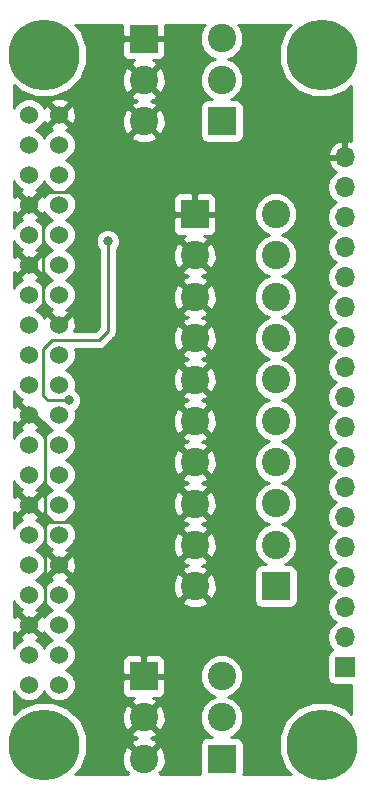
<source format=gtl>
G04 #@! TF.GenerationSoftware,KiCad,Pcbnew,(5.0.0)*
G04 #@! TF.CreationDate,2018-10-31T11:27:42+00:00*
G04 #@! TF.ProjectId,rpi0_HAT,727069305F4841542E6B696361645F70,rev?*
G04 #@! TF.SameCoordinates,Original*
G04 #@! TF.FileFunction,Copper,L1,Top,Signal*
G04 #@! TF.FilePolarity,Positive*
%FSLAX46Y46*%
G04 Gerber Fmt 4.6, Leading zero omitted, Abs format (unit mm)*
G04 Created by KiCad (PCBNEW (5.0.0)) date 10/31/18 11:27:42*
%MOMM*%
%LPD*%
G01*
G04 APERTURE LIST*
G04 #@! TA.AperFunction,ComponentPad*
%ADD10C,2.400000*%
G04 #@! TD*
G04 #@! TA.AperFunction,ComponentPad*
%ADD11R,2.400000X2.400000*%
G04 #@! TD*
G04 #@! TA.AperFunction,ComponentPad*
%ADD12C,6.000000*%
G04 #@! TD*
G04 #@! TA.AperFunction,ComponentPad*
%ADD13C,1.524000*%
G04 #@! TD*
G04 #@! TA.AperFunction,ComponentPad*
%ADD14R,1.700000X1.700000*%
G04 #@! TD*
G04 #@! TA.AperFunction,ComponentPad*
%ADD15O,1.700000X1.700000*%
G04 #@! TD*
G04 #@! TA.AperFunction,ViaPad*
%ADD16C,0.800000*%
G04 #@! TD*
G04 #@! TA.AperFunction,Conductor*
%ADD17C,0.250000*%
G04 #@! TD*
G04 #@! TA.AperFunction,Conductor*
%ADD18C,0.254000*%
G04 #@! TD*
G04 APERTURE END LIST*
D10*
G04 #@! TO.P,J3,3*
G04 #@! TO.N,DIV13*
X140208000Y-138415000D03*
G04 #@! TO.P,J3,2*
G04 #@! TO.N,DIV14*
X140208000Y-141915000D03*
D11*
G04 #@! TO.P,J3,1*
G04 #@! TO.N,DIV15*
X140208000Y-145415000D03*
G04 #@! TD*
G04 #@! TO.P,J4,1*
G04 #@! TO.N,GND*
X133604000Y-138430000D03*
D10*
G04 #@! TO.P,J4,2*
X133604000Y-141930000D03*
G04 #@! TO.P,J4,3*
X133604000Y-145430000D03*
G04 #@! TD*
D11*
G04 #@! TO.P,J1,1*
G04 #@! TO.N,DIV2*
X140208000Y-91440000D03*
D10*
G04 #@! TO.P,J1,2*
G04 #@! TO.N,DIV1*
X140208000Y-87940000D03*
G04 #@! TO.P,J1,3*
G04 #@! TO.N,DIV0*
X140208000Y-84440000D03*
G04 #@! TD*
D11*
G04 #@! TO.P,J2,1*
G04 #@! TO.N,DIV12*
X144780000Y-130810000D03*
D10*
G04 #@! TO.P,J2,2*
G04 #@! TO.N,DIV11*
X144780000Y-127310000D03*
G04 #@! TO.P,J2,3*
G04 #@! TO.N,DIV10*
X144780000Y-123810000D03*
G04 #@! TO.P,J2,4*
G04 #@! TO.N,DIV9*
X144780000Y-120310000D03*
G04 #@! TO.P,J2,5*
G04 #@! TO.N,DIV8*
X144780000Y-116810000D03*
G04 #@! TO.P,J2,6*
G04 #@! TO.N,DIV7*
X144780000Y-113310000D03*
G04 #@! TO.P,J2,7*
G04 #@! TO.N,DIV6*
X144780000Y-109810000D03*
G04 #@! TO.P,J2,8*
G04 #@! TO.N,DIV5*
X144780000Y-106310000D03*
G04 #@! TO.P,J2,9*
G04 #@! TO.N,DIV4*
X144780000Y-102810000D03*
G04 #@! TO.P,J2,10*
G04 #@! TO.N,DIV3*
X144780000Y-99310000D03*
G04 #@! TD*
D12*
G04 #@! TO.P,U1,*
G04 #@! TO.N,*
X148665001Y-85800001D03*
X148665001Y-144220001D03*
X125170001Y-85800001D03*
X125170001Y-144220001D03*
D13*
G04 #@! TO.P,U1,40*
G04 #@! TO.N,Net-(U1-Pad40)*
X123900001Y-90880001D03*
G04 #@! TO.P,U1,39*
G04 #@! TO.N,GND*
X126440001Y-90880001D03*
G04 #@! TO.P,U1,38*
G04 #@! TO.N,Net-(U1-Pad38)*
X123900001Y-93420001D03*
G04 #@! TO.P,U1,37*
G04 #@! TO.N,Net-(U1-Pad37)*
X126440001Y-93420001D03*
G04 #@! TO.P,U1,36*
G04 #@! TO.N,Net-(U1-Pad36)*
X123900001Y-95960001D03*
G04 #@! TO.P,U1,35*
G04 #@! TO.N,Net-(U1-Pad35)*
X126440001Y-95960001D03*
G04 #@! TO.P,U1,34*
G04 #@! TO.N,GND*
X123900001Y-98500001D03*
G04 #@! TO.P,U1,33*
G04 #@! TO.N,Net-(U1-Pad33)*
X126440001Y-98500001D03*
G04 #@! TO.P,U1,32*
G04 #@! TO.N,Net-(U1-Pad32)*
X123900001Y-101040001D03*
G04 #@! TO.P,U1,31*
G04 #@! TO.N,Net-(U1-Pad31)*
X126440001Y-101040001D03*
G04 #@! TO.P,U1,30*
G04 #@! TO.N,GND*
X123900001Y-103580001D03*
G04 #@! TO.P,U1,29*
G04 #@! TO.N,Net-(U1-Pad29)*
X126440001Y-103580001D03*
G04 #@! TO.P,U1,28*
G04 #@! TO.N,Net-(U1-Pad28)*
X123900001Y-106120001D03*
G04 #@! TO.P,U1,27*
G04 #@! TO.N,Net-(U1-Pad27)*
X126440001Y-106120001D03*
G04 #@! TO.P,U1,26*
G04 #@! TO.N,Net-(U1-Pad26)*
X123900001Y-108660001D03*
G04 #@! TO.P,U1,25*
G04 #@! TO.N,GND*
X126440001Y-108660001D03*
G04 #@! TO.P,U1,24*
G04 #@! TO.N,Net-(U1-Pad24)*
X123900001Y-111200001D03*
G04 #@! TO.P,U1,23*
G04 #@! TO.N,Net-(U1-Pad23)*
X126440001Y-111200001D03*
G04 #@! TO.P,U1,22*
G04 #@! TO.N,Net-(U1-Pad22)*
X123900001Y-113740001D03*
G04 #@! TO.P,U1,21*
G04 #@! TO.N,Net-(U1-Pad21)*
X126440001Y-113740001D03*
G04 #@! TO.P,U1,20*
G04 #@! TO.N,GND*
X123900001Y-116280001D03*
G04 #@! TO.P,U1,19*
G04 #@! TO.N,Net-(U1-Pad19)*
X126440001Y-116280001D03*
G04 #@! TO.P,U1,18*
G04 #@! TO.N,Net-(U1-Pad18)*
X123900001Y-118820001D03*
G04 #@! TO.P,U1,17*
G04 #@! TO.N,Net-(U1-Pad17)*
X126440001Y-118820001D03*
G04 #@! TO.P,U1,16*
G04 #@! TO.N,Net-(U1-Pad16)*
X123900001Y-121360001D03*
G04 #@! TO.P,U1,15*
G04 #@! TO.N,Net-(U1-Pad15)*
X126440001Y-121360001D03*
G04 #@! TO.P,U1,14*
G04 #@! TO.N,GND*
X123900001Y-123900001D03*
G04 #@! TO.P,U1,13*
G04 #@! TO.N,Net-(U1-Pad13)*
X126440001Y-123900001D03*
G04 #@! TO.P,U1,12*
G04 #@! TO.N,Net-(U1-Pad12)*
X123900001Y-126440001D03*
G04 #@! TO.P,U1,11*
G04 #@! TO.N,Net-(U1-Pad11)*
X126440001Y-126440001D03*
G04 #@! TO.P,U1,10*
G04 #@! TO.N,Net-(U1-Pad10)*
X123900001Y-128980001D03*
G04 #@! TO.P,U1,9*
G04 #@! TO.N,GND*
X126440001Y-128980001D03*
G04 #@! TO.P,U1,8*
G04 #@! TO.N,Net-(U1-Pad8)*
X123900001Y-131520001D03*
G04 #@! TO.P,U1,7*
G04 #@! TO.N,Net-(U1-Pad7)*
X126440001Y-131520001D03*
G04 #@! TO.P,U1,6*
G04 #@! TO.N,GND*
X123900001Y-134060001D03*
G04 #@! TO.P,U1,5*
G04 #@! TO.N,SCL*
X126440001Y-134060001D03*
G04 #@! TO.P,U1,4*
G04 #@! TO.N,5V*
X123900001Y-136600001D03*
G04 #@! TO.P,U1,3*
G04 #@! TO.N,SDA*
X126440001Y-136600001D03*
G04 #@! TO.P,U1,2*
G04 #@! TO.N,5V*
X123900001Y-139140001D03*
G04 #@! TO.P,U1,1*
G04 #@! TO.N,Net-(U1-Pad1)*
X126440001Y-139140001D03*
G04 #@! TD*
D11*
G04 #@! TO.P,J5,1*
G04 #@! TO.N,GND*
X137922000Y-99314000D03*
D10*
G04 #@! TO.P,J5,2*
X137922000Y-102814000D03*
G04 #@! TO.P,J5,3*
X137922000Y-106314000D03*
G04 #@! TO.P,J5,4*
X137922000Y-109814000D03*
G04 #@! TO.P,J5,5*
X137922000Y-113314000D03*
G04 #@! TO.P,J5,6*
X137922000Y-116814000D03*
G04 #@! TO.P,J5,7*
X137922000Y-120314000D03*
G04 #@! TO.P,J5,8*
X137922000Y-123814000D03*
G04 #@! TO.P,J5,9*
X137922000Y-127314000D03*
G04 #@! TO.P,J5,10*
X137922000Y-130814000D03*
G04 #@! TD*
G04 #@! TO.P,J6,3*
G04 #@! TO.N,GND*
X133604000Y-91455000D03*
G04 #@! TO.P,J6,2*
X133604000Y-87955000D03*
D11*
G04 #@! TO.P,J6,1*
X133604000Y-84455000D03*
G04 #@! TD*
D14*
G04 #@! TO.P,J7,1*
G04 #@! TO.N,5V*
X150622000Y-137668000D03*
D15*
G04 #@! TO.P,J7,2*
G04 #@! TO.N,DIV15*
X150622000Y-135128000D03*
G04 #@! TO.P,J7,3*
G04 #@! TO.N,DIV14*
X150622000Y-132588000D03*
G04 #@! TO.P,J7,4*
G04 #@! TO.N,DIV13*
X150622000Y-130048000D03*
G04 #@! TO.P,J7,5*
G04 #@! TO.N,DIV12*
X150622000Y-127508000D03*
G04 #@! TO.P,J7,6*
G04 #@! TO.N,DIV11*
X150622000Y-124968000D03*
G04 #@! TO.P,J7,7*
G04 #@! TO.N,DIV10*
X150622000Y-122428000D03*
G04 #@! TO.P,J7,8*
G04 #@! TO.N,DIV9*
X150622000Y-119888000D03*
G04 #@! TO.P,J7,9*
G04 #@! TO.N,DIV8*
X150622000Y-117348000D03*
G04 #@! TO.P,J7,10*
G04 #@! TO.N,DIV7*
X150622000Y-114808000D03*
G04 #@! TO.P,J7,11*
G04 #@! TO.N,DIV6*
X150622000Y-112268000D03*
G04 #@! TO.P,J7,12*
G04 #@! TO.N,DIV5*
X150622000Y-109728000D03*
G04 #@! TO.P,J7,13*
G04 #@! TO.N,DIV4*
X150622000Y-107188000D03*
G04 #@! TO.P,J7,14*
G04 #@! TO.N,DIV3*
X150622000Y-104648000D03*
G04 #@! TO.P,J7,15*
G04 #@! TO.N,DIV2*
X150622000Y-102108000D03*
G04 #@! TO.P,J7,16*
G04 #@! TO.N,DIV1*
X150622000Y-99568000D03*
G04 #@! TO.P,J7,17*
G04 #@! TO.N,DIV0*
X150622000Y-97028000D03*
G04 #@! TO.P,J7,18*
G04 #@! TO.N,GND*
X150622000Y-94488000D03*
G04 #@! TD*
D16*
G04 #@! TO.N,GND*
X130556000Y-99060000D03*
G04 #@! TO.N,Net-(JP3-Pad2)*
X127254000Y-115062000D03*
X130556000Y-101600000D03*
G04 #@! TD*
D17*
G04 #@! TO.N,GND*
X123900001Y-123900001D02*
X124154001Y-123900001D01*
X124154001Y-123900001D02*
X125222000Y-124968000D01*
X125222000Y-127762000D02*
X126440001Y-128980001D01*
X125222000Y-124968000D02*
X125222000Y-127762000D01*
X123900001Y-134060001D02*
X123900001Y-133909999D01*
X125222000Y-132588000D02*
X125222000Y-127762000D01*
X123900001Y-133909999D02*
X125222000Y-132588000D01*
X133604000Y-135132000D02*
X137922000Y-130814000D01*
X133604000Y-138430000D02*
X133604000Y-135132000D01*
X136387000Y-125349000D02*
X137922000Y-123814000D01*
X125222000Y-124968000D02*
X125603000Y-125349000D01*
X125603000Y-125349000D02*
X136387000Y-125349000D01*
X123900001Y-116280001D02*
X124408001Y-116280001D01*
X125222000Y-117094000D02*
X125222000Y-124968000D01*
X124408001Y-116280001D02*
X125222000Y-117094000D01*
X123900001Y-103580001D02*
X124154001Y-103580001D01*
X124154001Y-103580001D02*
X125095000Y-104521000D01*
X125095000Y-107315000D02*
X126440001Y-108660001D01*
X125095000Y-104521000D02*
X125095000Y-107315000D01*
X123900001Y-98500001D02*
X123900001Y-98627001D01*
X125095000Y-99822000D02*
X125095000Y-104521000D01*
X123900001Y-98627001D02*
X125095000Y-99822000D01*
X123900001Y-98500001D02*
X123900001Y-98222999D01*
X123900001Y-98222999D02*
X124714000Y-97409000D01*
X124714000Y-97409000D02*
X129794000Y-97409000D01*
X129794000Y-97409000D02*
X130556000Y-98171000D01*
X130556000Y-98171000D02*
X130556000Y-99060000D01*
G04 #@! TO.N,Net-(JP3-Pad2)*
X127254000Y-115062000D02*
X125476000Y-115062000D01*
X125476000Y-115062000D02*
X125095000Y-114681000D01*
X125095000Y-114681000D02*
X125095000Y-110744000D01*
X125095000Y-110744000D02*
X125857000Y-109982000D01*
X125857000Y-109982000D02*
X129794000Y-109982000D01*
X129794000Y-109982000D02*
X130556000Y-109220000D01*
X130556000Y-109220000D02*
X130556000Y-101600000D01*
G04 #@! TD*
D18*
G04 #@! TO.N,GND*
G36*
X131769000Y-84169250D02*
X131927750Y-84328000D01*
X133477000Y-84328000D01*
X133477000Y-84308000D01*
X133731000Y-84308000D01*
X133731000Y-84328000D01*
X135280250Y-84328000D01*
X135439000Y-84169250D01*
X135439000Y-83260000D01*
X138792918Y-83260000D01*
X138652362Y-83400556D01*
X138373000Y-84074996D01*
X138373000Y-84805004D01*
X138652362Y-85479444D01*
X139168556Y-85995638D01*
X139637788Y-86190000D01*
X139168556Y-86384362D01*
X138652362Y-86900556D01*
X138373000Y-87574996D01*
X138373000Y-88305004D01*
X138652362Y-88979444D01*
X139168556Y-89495638D01*
X139402547Y-89592560D01*
X139008000Y-89592560D01*
X138760235Y-89641843D01*
X138550191Y-89782191D01*
X138409843Y-89992235D01*
X138360560Y-90240000D01*
X138360560Y-92640000D01*
X138409843Y-92887765D01*
X138550191Y-93097809D01*
X138760235Y-93238157D01*
X139008000Y-93287440D01*
X141408000Y-93287440D01*
X141655765Y-93238157D01*
X141865809Y-93097809D01*
X142006157Y-92887765D01*
X142055440Y-92640000D01*
X142055440Y-90240000D01*
X142006157Y-89992235D01*
X141865809Y-89782191D01*
X141655765Y-89641843D01*
X141408000Y-89592560D01*
X141013453Y-89592560D01*
X141247444Y-89495638D01*
X141763638Y-88979444D01*
X142043000Y-88305004D01*
X142043000Y-87574996D01*
X141763638Y-86900556D01*
X141247444Y-86384362D01*
X140778212Y-86190000D01*
X141247444Y-85995638D01*
X141763638Y-85479444D01*
X142043000Y-84805004D01*
X142043000Y-84074996D01*
X141763638Y-83400556D01*
X141623082Y-83260000D01*
X146064336Y-83260000D01*
X145583397Y-83740939D01*
X145030001Y-85076955D01*
X145030001Y-86523047D01*
X145583397Y-87859063D01*
X146605939Y-88881605D01*
X147941955Y-89435001D01*
X149388047Y-89435001D01*
X150724063Y-88881605D01*
X151182000Y-88423668D01*
X151182000Y-93141899D01*
X150978892Y-93046514D01*
X150749000Y-93167181D01*
X150749000Y-94361000D01*
X150769000Y-94361000D01*
X150769000Y-94615000D01*
X150749000Y-94615000D01*
X150749000Y-94635000D01*
X150495000Y-94635000D01*
X150495000Y-94615000D01*
X149301845Y-94615000D01*
X149180524Y-94844890D01*
X149350355Y-95254924D01*
X149740642Y-95683183D01*
X149870478Y-95744157D01*
X149551375Y-95957375D01*
X149223161Y-96448582D01*
X149107908Y-97028000D01*
X149223161Y-97607418D01*
X149551375Y-98098625D01*
X149849761Y-98298000D01*
X149551375Y-98497375D01*
X149223161Y-98988582D01*
X149107908Y-99568000D01*
X149223161Y-100147418D01*
X149551375Y-100638625D01*
X149849761Y-100838000D01*
X149551375Y-101037375D01*
X149223161Y-101528582D01*
X149107908Y-102108000D01*
X149223161Y-102687418D01*
X149551375Y-103178625D01*
X149849761Y-103378000D01*
X149551375Y-103577375D01*
X149223161Y-104068582D01*
X149107908Y-104648000D01*
X149223161Y-105227418D01*
X149551375Y-105718625D01*
X149849761Y-105918000D01*
X149551375Y-106117375D01*
X149223161Y-106608582D01*
X149107908Y-107188000D01*
X149223161Y-107767418D01*
X149551375Y-108258625D01*
X149849761Y-108458000D01*
X149551375Y-108657375D01*
X149223161Y-109148582D01*
X149107908Y-109728000D01*
X149223161Y-110307418D01*
X149551375Y-110798625D01*
X149849761Y-110998000D01*
X149551375Y-111197375D01*
X149223161Y-111688582D01*
X149107908Y-112268000D01*
X149223161Y-112847418D01*
X149551375Y-113338625D01*
X149849761Y-113538000D01*
X149551375Y-113737375D01*
X149223161Y-114228582D01*
X149107908Y-114808000D01*
X149223161Y-115387418D01*
X149551375Y-115878625D01*
X149849761Y-116078000D01*
X149551375Y-116277375D01*
X149223161Y-116768582D01*
X149107908Y-117348000D01*
X149223161Y-117927418D01*
X149551375Y-118418625D01*
X149849761Y-118618000D01*
X149551375Y-118817375D01*
X149223161Y-119308582D01*
X149107908Y-119888000D01*
X149223161Y-120467418D01*
X149551375Y-120958625D01*
X149849761Y-121158000D01*
X149551375Y-121357375D01*
X149223161Y-121848582D01*
X149107908Y-122428000D01*
X149223161Y-123007418D01*
X149551375Y-123498625D01*
X149849761Y-123698000D01*
X149551375Y-123897375D01*
X149223161Y-124388582D01*
X149107908Y-124968000D01*
X149223161Y-125547418D01*
X149551375Y-126038625D01*
X149849761Y-126238000D01*
X149551375Y-126437375D01*
X149223161Y-126928582D01*
X149107908Y-127508000D01*
X149223161Y-128087418D01*
X149551375Y-128578625D01*
X149849761Y-128778000D01*
X149551375Y-128977375D01*
X149223161Y-129468582D01*
X149107908Y-130048000D01*
X149223161Y-130627418D01*
X149551375Y-131118625D01*
X149849761Y-131318000D01*
X149551375Y-131517375D01*
X149223161Y-132008582D01*
X149107908Y-132588000D01*
X149223161Y-133167418D01*
X149551375Y-133658625D01*
X149849761Y-133858000D01*
X149551375Y-134057375D01*
X149223161Y-134548582D01*
X149107908Y-135128000D01*
X149223161Y-135707418D01*
X149551375Y-136198625D01*
X149569619Y-136210816D01*
X149524235Y-136219843D01*
X149314191Y-136360191D01*
X149173843Y-136570235D01*
X149124560Y-136818000D01*
X149124560Y-138518000D01*
X149173843Y-138765765D01*
X149314191Y-138975809D01*
X149524235Y-139116157D01*
X149772000Y-139165440D01*
X151182001Y-139165440D01*
X151182001Y-141596335D01*
X150724063Y-141138397D01*
X149388047Y-140585001D01*
X147941955Y-140585001D01*
X146605939Y-141138397D01*
X145583397Y-142160939D01*
X145030001Y-143496955D01*
X145030001Y-144943047D01*
X145583397Y-146279063D01*
X146041334Y-146737000D01*
X142031173Y-146737000D01*
X142055440Y-146615000D01*
X142055440Y-144215000D01*
X142006157Y-143967235D01*
X141865809Y-143757191D01*
X141655765Y-143616843D01*
X141408000Y-143567560D01*
X141013453Y-143567560D01*
X141247444Y-143470638D01*
X141763638Y-142954444D01*
X142043000Y-142280004D01*
X142043000Y-141549996D01*
X141763638Y-140875556D01*
X141247444Y-140359362D01*
X140778212Y-140165000D01*
X141247444Y-139970638D01*
X141763638Y-139454444D01*
X142043000Y-138780004D01*
X142043000Y-138049996D01*
X141763638Y-137375556D01*
X141247444Y-136859362D01*
X140573004Y-136580000D01*
X139842996Y-136580000D01*
X139168556Y-136859362D01*
X138652362Y-137375556D01*
X138373000Y-138049996D01*
X138373000Y-138780004D01*
X138652362Y-139454444D01*
X139168556Y-139970638D01*
X139637788Y-140165000D01*
X139168556Y-140359362D01*
X138652362Y-140875556D01*
X138373000Y-141549996D01*
X138373000Y-142280004D01*
X138652362Y-142954444D01*
X139168556Y-143470638D01*
X139402547Y-143567560D01*
X139008000Y-143567560D01*
X138760235Y-143616843D01*
X138550191Y-143757191D01*
X138409843Y-143967235D01*
X138360560Y-144215000D01*
X138360560Y-146615000D01*
X138384827Y-146737000D01*
X134939404Y-146737000D01*
X135015006Y-146661398D01*
X134901177Y-146547569D01*
X135188788Y-146424435D01*
X135448707Y-145742266D01*
X135427786Y-145012557D01*
X135188788Y-144435565D01*
X134901175Y-144312430D01*
X133783605Y-145430000D01*
X133797748Y-145444143D01*
X133618143Y-145623748D01*
X133604000Y-145609605D01*
X133589858Y-145623748D01*
X133410253Y-145444143D01*
X133424395Y-145430000D01*
X132306825Y-144312430D01*
X132019212Y-144435565D01*
X131759293Y-145117734D01*
X131780214Y-145847443D01*
X132019212Y-146424435D01*
X132306823Y-146547569D01*
X132192994Y-146661398D01*
X132268596Y-146737000D01*
X127793668Y-146737000D01*
X128251605Y-146279063D01*
X128805001Y-144943047D01*
X128805001Y-143496955D01*
X128693255Y-143227175D01*
X132486430Y-143227175D01*
X132609565Y-143514788D01*
X133025071Y-143673104D01*
X132609565Y-143845212D01*
X132486430Y-144132825D01*
X133604000Y-145250395D01*
X134721570Y-144132825D01*
X134598435Y-143845212D01*
X134182929Y-143686896D01*
X134598435Y-143514788D01*
X134721570Y-143227175D01*
X133604000Y-142109605D01*
X132486430Y-143227175D01*
X128693255Y-143227175D01*
X128251605Y-142160939D01*
X127708400Y-141617734D01*
X131759293Y-141617734D01*
X131780214Y-142347443D01*
X132019212Y-142924435D01*
X132306825Y-143047570D01*
X133424395Y-141930000D01*
X133783605Y-141930000D01*
X134901175Y-143047570D01*
X135188788Y-142924435D01*
X135448707Y-142242266D01*
X135427786Y-141512557D01*
X135188788Y-140935565D01*
X134901175Y-140812430D01*
X133783605Y-141930000D01*
X133424395Y-141930000D01*
X132306825Y-140812430D01*
X132019212Y-140935565D01*
X131759293Y-141617734D01*
X127708400Y-141617734D01*
X127229063Y-141138397D01*
X125893047Y-140585001D01*
X124446955Y-140585001D01*
X123110939Y-141138397D01*
X122630000Y-141619336D01*
X122630000Y-139724485D01*
X122715681Y-139931338D01*
X123108664Y-140324321D01*
X123622120Y-140537001D01*
X124177882Y-140537001D01*
X124691338Y-140324321D01*
X125084321Y-139931338D01*
X125170001Y-139724488D01*
X125255681Y-139931338D01*
X125648664Y-140324321D01*
X126162120Y-140537001D01*
X126717882Y-140537001D01*
X127231338Y-140324321D01*
X127624321Y-139931338D01*
X127837001Y-139417882D01*
X127837001Y-138862120D01*
X127776373Y-138715750D01*
X131769000Y-138715750D01*
X131769000Y-139756309D01*
X131865673Y-139989698D01*
X132044301Y-140168327D01*
X132277690Y-140265000D01*
X132803214Y-140265000D01*
X132609565Y-140345212D01*
X132486430Y-140632825D01*
X133604000Y-141750395D01*
X134721570Y-140632825D01*
X134598435Y-140345212D01*
X134387915Y-140265000D01*
X134930310Y-140265000D01*
X135163699Y-140168327D01*
X135342327Y-139989698D01*
X135439000Y-139756309D01*
X135439000Y-138715750D01*
X135280250Y-138557000D01*
X133731000Y-138557000D01*
X133731000Y-138577000D01*
X133477000Y-138577000D01*
X133477000Y-138557000D01*
X131927750Y-138557000D01*
X131769000Y-138715750D01*
X127776373Y-138715750D01*
X127624321Y-138348664D01*
X127231338Y-137955681D01*
X127024488Y-137870001D01*
X127231338Y-137784321D01*
X127624321Y-137391338D01*
X127743468Y-137103691D01*
X131769000Y-137103691D01*
X131769000Y-138144250D01*
X131927750Y-138303000D01*
X133477000Y-138303000D01*
X133477000Y-136753750D01*
X133731000Y-136753750D01*
X133731000Y-138303000D01*
X135280250Y-138303000D01*
X135439000Y-138144250D01*
X135439000Y-137103691D01*
X135342327Y-136870302D01*
X135163699Y-136691673D01*
X134930310Y-136595000D01*
X133889750Y-136595000D01*
X133731000Y-136753750D01*
X133477000Y-136753750D01*
X133318250Y-136595000D01*
X132277690Y-136595000D01*
X132044301Y-136691673D01*
X131865673Y-136870302D01*
X131769000Y-137103691D01*
X127743468Y-137103691D01*
X127837001Y-136877882D01*
X127837001Y-136322120D01*
X127624321Y-135808664D01*
X127231338Y-135415681D01*
X127024488Y-135330001D01*
X127231338Y-135244321D01*
X127624321Y-134851338D01*
X127837001Y-134337882D01*
X127837001Y-133782120D01*
X127624321Y-133268664D01*
X127231338Y-132875681D01*
X127024488Y-132790001D01*
X127231338Y-132704321D01*
X127624321Y-132311338D01*
X127707231Y-132111175D01*
X136804430Y-132111175D01*
X136927565Y-132398788D01*
X137609734Y-132658707D01*
X138339443Y-132637786D01*
X138916435Y-132398788D01*
X139039570Y-132111175D01*
X137922000Y-130993605D01*
X136804430Y-132111175D01*
X127707231Y-132111175D01*
X127837001Y-131797882D01*
X127837001Y-131242120D01*
X127624321Y-130728664D01*
X127397391Y-130501734D01*
X136077293Y-130501734D01*
X136098214Y-131231443D01*
X136337212Y-131808435D01*
X136624825Y-131931570D01*
X137742395Y-130814000D01*
X138101605Y-130814000D01*
X139219175Y-131931570D01*
X139506788Y-131808435D01*
X139766707Y-131126266D01*
X139745786Y-130396557D01*
X139506788Y-129819565D01*
X139219175Y-129696430D01*
X138101605Y-130814000D01*
X137742395Y-130814000D01*
X136624825Y-129696430D01*
X136337212Y-129819565D01*
X136077293Y-130501734D01*
X127397391Y-130501734D01*
X127231338Y-130335681D01*
X127040354Y-130256573D01*
X127171144Y-130202398D01*
X127240609Y-129960214D01*
X126440001Y-129159606D01*
X125639393Y-129960214D01*
X125708858Y-130202398D01*
X125849394Y-130252536D01*
X125648664Y-130335681D01*
X125255681Y-130728664D01*
X125170001Y-130935514D01*
X125084321Y-130728664D01*
X124691338Y-130335681D01*
X124484488Y-130250001D01*
X124691338Y-130164321D01*
X125084321Y-129771338D01*
X125163429Y-129580354D01*
X125217604Y-129711144D01*
X125459788Y-129780609D01*
X126260396Y-128980001D01*
X126619606Y-128980001D01*
X127420214Y-129780609D01*
X127662398Y-129711144D01*
X127849145Y-129187699D01*
X127821363Y-128632633D01*
X127812475Y-128611175D01*
X136804430Y-128611175D01*
X136927565Y-128898788D01*
X137343071Y-129057104D01*
X136927565Y-129229212D01*
X136804430Y-129516825D01*
X137922000Y-130634395D01*
X138946395Y-129610000D01*
X142932560Y-129610000D01*
X142932560Y-132010000D01*
X142981843Y-132257765D01*
X143122191Y-132467809D01*
X143332235Y-132608157D01*
X143580000Y-132657440D01*
X145980000Y-132657440D01*
X146227765Y-132608157D01*
X146437809Y-132467809D01*
X146578157Y-132257765D01*
X146627440Y-132010000D01*
X146627440Y-129610000D01*
X146578157Y-129362235D01*
X146437809Y-129152191D01*
X146227765Y-129011843D01*
X145980000Y-128962560D01*
X145585453Y-128962560D01*
X145819444Y-128865638D01*
X146335638Y-128349444D01*
X146615000Y-127675004D01*
X146615000Y-126944996D01*
X146335638Y-126270556D01*
X145819444Y-125754362D01*
X145350212Y-125560000D01*
X145819444Y-125365638D01*
X146335638Y-124849444D01*
X146615000Y-124175004D01*
X146615000Y-123444996D01*
X146335638Y-122770556D01*
X145819444Y-122254362D01*
X145350212Y-122060000D01*
X145819444Y-121865638D01*
X146335638Y-121349444D01*
X146615000Y-120675004D01*
X146615000Y-119944996D01*
X146335638Y-119270556D01*
X145819444Y-118754362D01*
X145350212Y-118560000D01*
X145819444Y-118365638D01*
X146335638Y-117849444D01*
X146615000Y-117175004D01*
X146615000Y-116444996D01*
X146335638Y-115770556D01*
X145819444Y-115254362D01*
X145350212Y-115060000D01*
X145819444Y-114865638D01*
X146335638Y-114349444D01*
X146615000Y-113675004D01*
X146615000Y-112944996D01*
X146335638Y-112270556D01*
X145819444Y-111754362D01*
X145350212Y-111560000D01*
X145819444Y-111365638D01*
X146335638Y-110849444D01*
X146615000Y-110175004D01*
X146615000Y-109444996D01*
X146335638Y-108770556D01*
X145819444Y-108254362D01*
X145350212Y-108060000D01*
X145819444Y-107865638D01*
X146335638Y-107349444D01*
X146615000Y-106675004D01*
X146615000Y-105944996D01*
X146335638Y-105270556D01*
X145819444Y-104754362D01*
X145350212Y-104560000D01*
X145819444Y-104365638D01*
X146335638Y-103849444D01*
X146615000Y-103175004D01*
X146615000Y-102444996D01*
X146335638Y-101770556D01*
X145819444Y-101254362D01*
X145350212Y-101060000D01*
X145819444Y-100865638D01*
X146335638Y-100349444D01*
X146615000Y-99675004D01*
X146615000Y-98944996D01*
X146335638Y-98270556D01*
X145819444Y-97754362D01*
X145145004Y-97475000D01*
X144414996Y-97475000D01*
X143740556Y-97754362D01*
X143224362Y-98270556D01*
X142945000Y-98944996D01*
X142945000Y-99675004D01*
X143224362Y-100349444D01*
X143740556Y-100865638D01*
X144209788Y-101060000D01*
X143740556Y-101254362D01*
X143224362Y-101770556D01*
X142945000Y-102444996D01*
X142945000Y-103175004D01*
X143224362Y-103849444D01*
X143740556Y-104365638D01*
X144209788Y-104560000D01*
X143740556Y-104754362D01*
X143224362Y-105270556D01*
X142945000Y-105944996D01*
X142945000Y-106675004D01*
X143224362Y-107349444D01*
X143740556Y-107865638D01*
X144209788Y-108060000D01*
X143740556Y-108254362D01*
X143224362Y-108770556D01*
X142945000Y-109444996D01*
X142945000Y-110175004D01*
X143224362Y-110849444D01*
X143740556Y-111365638D01*
X144209788Y-111560000D01*
X143740556Y-111754362D01*
X143224362Y-112270556D01*
X142945000Y-112944996D01*
X142945000Y-113675004D01*
X143224362Y-114349444D01*
X143740556Y-114865638D01*
X144209788Y-115060000D01*
X143740556Y-115254362D01*
X143224362Y-115770556D01*
X142945000Y-116444996D01*
X142945000Y-117175004D01*
X143224362Y-117849444D01*
X143740556Y-118365638D01*
X144209788Y-118560000D01*
X143740556Y-118754362D01*
X143224362Y-119270556D01*
X142945000Y-119944996D01*
X142945000Y-120675004D01*
X143224362Y-121349444D01*
X143740556Y-121865638D01*
X144209788Y-122060000D01*
X143740556Y-122254362D01*
X143224362Y-122770556D01*
X142945000Y-123444996D01*
X142945000Y-124175004D01*
X143224362Y-124849444D01*
X143740556Y-125365638D01*
X144209788Y-125560000D01*
X143740556Y-125754362D01*
X143224362Y-126270556D01*
X142945000Y-126944996D01*
X142945000Y-127675004D01*
X143224362Y-128349444D01*
X143740556Y-128865638D01*
X143974547Y-128962560D01*
X143580000Y-128962560D01*
X143332235Y-129011843D01*
X143122191Y-129152191D01*
X142981843Y-129362235D01*
X142932560Y-129610000D01*
X138946395Y-129610000D01*
X139039570Y-129516825D01*
X138916435Y-129229212D01*
X138500929Y-129070896D01*
X138916435Y-128898788D01*
X139039570Y-128611175D01*
X137922000Y-127493605D01*
X136804430Y-128611175D01*
X127812475Y-128611175D01*
X127662398Y-128248858D01*
X127420214Y-128179393D01*
X126619606Y-128980001D01*
X126260396Y-128980001D01*
X125459788Y-128179393D01*
X125217604Y-128248858D01*
X125167466Y-128389394D01*
X125084321Y-128188664D01*
X124691338Y-127795681D01*
X124484488Y-127710001D01*
X124691338Y-127624321D01*
X125084321Y-127231338D01*
X125170001Y-127024488D01*
X125255681Y-127231338D01*
X125648664Y-127624321D01*
X125839648Y-127703429D01*
X125708858Y-127757604D01*
X125639393Y-127999788D01*
X126440001Y-128800396D01*
X127240609Y-127999788D01*
X127171144Y-127757604D01*
X127030608Y-127707466D01*
X127231338Y-127624321D01*
X127624321Y-127231338D01*
X127719425Y-127001734D01*
X136077293Y-127001734D01*
X136098214Y-127731443D01*
X136337212Y-128308435D01*
X136624825Y-128431570D01*
X137742395Y-127314000D01*
X138101605Y-127314000D01*
X139219175Y-128431570D01*
X139506788Y-128308435D01*
X139766707Y-127626266D01*
X139745786Y-126896557D01*
X139506788Y-126319565D01*
X139219175Y-126196430D01*
X138101605Y-127314000D01*
X137742395Y-127314000D01*
X136624825Y-126196430D01*
X136337212Y-126319565D01*
X136077293Y-127001734D01*
X127719425Y-127001734D01*
X127837001Y-126717882D01*
X127837001Y-126162120D01*
X127624321Y-125648664D01*
X127231338Y-125255681D01*
X127024488Y-125170001D01*
X127166506Y-125111175D01*
X136804430Y-125111175D01*
X136927565Y-125398788D01*
X137343071Y-125557104D01*
X136927565Y-125729212D01*
X136804430Y-126016825D01*
X137922000Y-127134395D01*
X139039570Y-126016825D01*
X138916435Y-125729212D01*
X138500929Y-125570896D01*
X138916435Y-125398788D01*
X139039570Y-125111175D01*
X137922000Y-123993605D01*
X136804430Y-125111175D01*
X127166506Y-125111175D01*
X127231338Y-125084321D01*
X127624321Y-124691338D01*
X127837001Y-124177882D01*
X127837001Y-123622120D01*
X127787136Y-123501734D01*
X136077293Y-123501734D01*
X136098214Y-124231443D01*
X136337212Y-124808435D01*
X136624825Y-124931570D01*
X137742395Y-123814000D01*
X138101605Y-123814000D01*
X139219175Y-124931570D01*
X139506788Y-124808435D01*
X139766707Y-124126266D01*
X139745786Y-123396557D01*
X139506788Y-122819565D01*
X139219175Y-122696430D01*
X138101605Y-123814000D01*
X137742395Y-123814000D01*
X136624825Y-122696430D01*
X136337212Y-122819565D01*
X136077293Y-123501734D01*
X127787136Y-123501734D01*
X127624321Y-123108664D01*
X127231338Y-122715681D01*
X127024488Y-122630001D01*
X127231338Y-122544321D01*
X127624321Y-122151338D01*
X127837001Y-121637882D01*
X127837001Y-121611175D01*
X136804430Y-121611175D01*
X136927565Y-121898788D01*
X137343071Y-122057104D01*
X136927565Y-122229212D01*
X136804430Y-122516825D01*
X137922000Y-123634395D01*
X139039570Y-122516825D01*
X138916435Y-122229212D01*
X138500929Y-122070896D01*
X138916435Y-121898788D01*
X139039570Y-121611175D01*
X137922000Y-120493605D01*
X136804430Y-121611175D01*
X127837001Y-121611175D01*
X127837001Y-121082120D01*
X127624321Y-120568664D01*
X127231338Y-120175681D01*
X127024488Y-120090001D01*
X127231338Y-120004321D01*
X127233925Y-120001734D01*
X136077293Y-120001734D01*
X136098214Y-120731443D01*
X136337212Y-121308435D01*
X136624825Y-121431570D01*
X137742395Y-120314000D01*
X138101605Y-120314000D01*
X139219175Y-121431570D01*
X139506788Y-121308435D01*
X139766707Y-120626266D01*
X139745786Y-119896557D01*
X139506788Y-119319565D01*
X139219175Y-119196430D01*
X138101605Y-120314000D01*
X137742395Y-120314000D01*
X136624825Y-119196430D01*
X136337212Y-119319565D01*
X136077293Y-120001734D01*
X127233925Y-120001734D01*
X127624321Y-119611338D01*
X127837001Y-119097882D01*
X127837001Y-118542120D01*
X127658499Y-118111175D01*
X136804430Y-118111175D01*
X136927565Y-118398788D01*
X137343071Y-118557104D01*
X136927565Y-118729212D01*
X136804430Y-119016825D01*
X137922000Y-120134395D01*
X139039570Y-119016825D01*
X138916435Y-118729212D01*
X138500929Y-118570896D01*
X138916435Y-118398788D01*
X139039570Y-118111175D01*
X137922000Y-116993605D01*
X136804430Y-118111175D01*
X127658499Y-118111175D01*
X127624321Y-118028664D01*
X127231338Y-117635681D01*
X127024488Y-117550001D01*
X127231338Y-117464321D01*
X127624321Y-117071338D01*
X127837001Y-116557882D01*
X127837001Y-116501734D01*
X136077293Y-116501734D01*
X136098214Y-117231443D01*
X136337212Y-117808435D01*
X136624825Y-117931570D01*
X137742395Y-116814000D01*
X138101605Y-116814000D01*
X139219175Y-117931570D01*
X139506788Y-117808435D01*
X139766707Y-117126266D01*
X139745786Y-116396557D01*
X139506788Y-115819565D01*
X139219175Y-115696430D01*
X138101605Y-116814000D01*
X137742395Y-116814000D01*
X136624825Y-115696430D01*
X136337212Y-115819565D01*
X136077293Y-116501734D01*
X127837001Y-116501734D01*
X127837001Y-116002120D01*
X127815317Y-115949771D01*
X127840280Y-115939431D01*
X128131431Y-115648280D01*
X128289000Y-115267874D01*
X128289000Y-114856126D01*
X128187539Y-114611175D01*
X136804430Y-114611175D01*
X136927565Y-114898788D01*
X137343071Y-115057104D01*
X136927565Y-115229212D01*
X136804430Y-115516825D01*
X137922000Y-116634395D01*
X139039570Y-115516825D01*
X138916435Y-115229212D01*
X138500929Y-115070896D01*
X138916435Y-114898788D01*
X139039570Y-114611175D01*
X137922000Y-113493605D01*
X136804430Y-114611175D01*
X128187539Y-114611175D01*
X128131431Y-114475720D01*
X127840280Y-114184569D01*
X127778549Y-114158999D01*
X127837001Y-114017882D01*
X127837001Y-113462120D01*
X127646304Y-113001734D01*
X136077293Y-113001734D01*
X136098214Y-113731443D01*
X136337212Y-114308435D01*
X136624825Y-114431570D01*
X137742395Y-113314000D01*
X138101605Y-113314000D01*
X139219175Y-114431570D01*
X139506788Y-114308435D01*
X139766707Y-113626266D01*
X139745786Y-112896557D01*
X139506788Y-112319565D01*
X139219175Y-112196430D01*
X138101605Y-113314000D01*
X137742395Y-113314000D01*
X136624825Y-112196430D01*
X136337212Y-112319565D01*
X136077293Y-113001734D01*
X127646304Y-113001734D01*
X127624321Y-112948664D01*
X127231338Y-112555681D01*
X127024488Y-112470001D01*
X127231338Y-112384321D01*
X127624321Y-111991338D01*
X127837001Y-111477882D01*
X127837001Y-111111175D01*
X136804430Y-111111175D01*
X136927565Y-111398788D01*
X137343071Y-111557104D01*
X136927565Y-111729212D01*
X136804430Y-112016825D01*
X137922000Y-113134395D01*
X139039570Y-112016825D01*
X138916435Y-111729212D01*
X138500929Y-111570896D01*
X138916435Y-111398788D01*
X139039570Y-111111175D01*
X137922000Y-109993605D01*
X136804430Y-111111175D01*
X127837001Y-111111175D01*
X127837001Y-110922120D01*
X127762393Y-110742000D01*
X129719153Y-110742000D01*
X129794000Y-110756888D01*
X129868847Y-110742000D01*
X129868852Y-110742000D01*
X130090537Y-110697904D01*
X130341929Y-110529929D01*
X130384331Y-110466470D01*
X131040473Y-109810329D01*
X131103929Y-109767929D01*
X131193154Y-109634395D01*
X131271904Y-109516538D01*
X131274848Y-109501734D01*
X136077293Y-109501734D01*
X136098214Y-110231443D01*
X136337212Y-110808435D01*
X136624825Y-110931570D01*
X137742395Y-109814000D01*
X138101605Y-109814000D01*
X139219175Y-110931570D01*
X139506788Y-110808435D01*
X139766707Y-110126266D01*
X139745786Y-109396557D01*
X139506788Y-108819565D01*
X139219175Y-108696430D01*
X138101605Y-109814000D01*
X137742395Y-109814000D01*
X136624825Y-108696430D01*
X136337212Y-108819565D01*
X136077293Y-109501734D01*
X131274848Y-109501734D01*
X131286134Y-109444996D01*
X131316000Y-109294852D01*
X131316000Y-109294848D01*
X131330888Y-109220000D01*
X131316000Y-109145152D01*
X131316000Y-107611175D01*
X136804430Y-107611175D01*
X136927565Y-107898788D01*
X137343071Y-108057104D01*
X136927565Y-108229212D01*
X136804430Y-108516825D01*
X137922000Y-109634395D01*
X139039570Y-108516825D01*
X138916435Y-108229212D01*
X138500929Y-108070896D01*
X138916435Y-107898788D01*
X139039570Y-107611175D01*
X137922000Y-106493605D01*
X136804430Y-107611175D01*
X131316000Y-107611175D01*
X131316000Y-106001734D01*
X136077293Y-106001734D01*
X136098214Y-106731443D01*
X136337212Y-107308435D01*
X136624825Y-107431570D01*
X137742395Y-106314000D01*
X138101605Y-106314000D01*
X139219175Y-107431570D01*
X139506788Y-107308435D01*
X139766707Y-106626266D01*
X139745786Y-105896557D01*
X139506788Y-105319565D01*
X139219175Y-105196430D01*
X138101605Y-106314000D01*
X137742395Y-106314000D01*
X136624825Y-105196430D01*
X136337212Y-105319565D01*
X136077293Y-106001734D01*
X131316000Y-106001734D01*
X131316000Y-104111175D01*
X136804430Y-104111175D01*
X136927565Y-104398788D01*
X137343071Y-104557104D01*
X136927565Y-104729212D01*
X136804430Y-105016825D01*
X137922000Y-106134395D01*
X139039570Y-105016825D01*
X138916435Y-104729212D01*
X138500929Y-104570896D01*
X138916435Y-104398788D01*
X139039570Y-104111175D01*
X137922000Y-102993605D01*
X136804430Y-104111175D01*
X131316000Y-104111175D01*
X131316000Y-102501734D01*
X136077293Y-102501734D01*
X136098214Y-103231443D01*
X136337212Y-103808435D01*
X136624825Y-103931570D01*
X137742395Y-102814000D01*
X138101605Y-102814000D01*
X139219175Y-103931570D01*
X139506788Y-103808435D01*
X139766707Y-103126266D01*
X139745786Y-102396557D01*
X139506788Y-101819565D01*
X139219175Y-101696430D01*
X138101605Y-102814000D01*
X137742395Y-102814000D01*
X136624825Y-101696430D01*
X136337212Y-101819565D01*
X136077293Y-102501734D01*
X131316000Y-102501734D01*
X131316000Y-102303711D01*
X131433431Y-102186280D01*
X131591000Y-101805874D01*
X131591000Y-101394126D01*
X131433431Y-101013720D01*
X131142280Y-100722569D01*
X130761874Y-100565000D01*
X130350126Y-100565000D01*
X129969720Y-100722569D01*
X129678569Y-101013720D01*
X129521000Y-101394126D01*
X129521000Y-101805874D01*
X129678569Y-102186280D01*
X129796001Y-102303712D01*
X129796000Y-108905198D01*
X129479199Y-109222000D01*
X127722743Y-109222000D01*
X127849145Y-108867699D01*
X127821363Y-108312633D01*
X127662398Y-107928858D01*
X127420214Y-107859393D01*
X126619606Y-108660001D01*
X126633749Y-108674144D01*
X126454144Y-108853749D01*
X126440001Y-108839606D01*
X126425859Y-108853749D01*
X126246254Y-108674144D01*
X126260396Y-108660001D01*
X125459788Y-107859393D01*
X125217604Y-107928858D01*
X125167466Y-108069394D01*
X125084321Y-107868664D01*
X124691338Y-107475681D01*
X124484488Y-107390001D01*
X124691338Y-107304321D01*
X125084321Y-106911338D01*
X125170001Y-106704488D01*
X125255681Y-106911338D01*
X125648664Y-107304321D01*
X125839648Y-107383429D01*
X125708858Y-107437604D01*
X125639393Y-107679788D01*
X126440001Y-108480396D01*
X127240609Y-107679788D01*
X127171144Y-107437604D01*
X127030608Y-107387466D01*
X127231338Y-107304321D01*
X127624321Y-106911338D01*
X127837001Y-106397882D01*
X127837001Y-105842120D01*
X127624321Y-105328664D01*
X127231338Y-104935681D01*
X127024488Y-104850001D01*
X127231338Y-104764321D01*
X127624321Y-104371338D01*
X127837001Y-103857882D01*
X127837001Y-103302120D01*
X127624321Y-102788664D01*
X127231338Y-102395681D01*
X127024488Y-102310001D01*
X127231338Y-102224321D01*
X127624321Y-101831338D01*
X127837001Y-101317882D01*
X127837001Y-100762120D01*
X127624321Y-100248664D01*
X127231338Y-99855681D01*
X127024488Y-99770001D01*
X127231338Y-99684321D01*
X127315909Y-99599750D01*
X136087000Y-99599750D01*
X136087000Y-100640309D01*
X136183673Y-100873698D01*
X136362301Y-101052327D01*
X136595690Y-101149000D01*
X137121214Y-101149000D01*
X136927565Y-101229212D01*
X136804430Y-101516825D01*
X137922000Y-102634395D01*
X139039570Y-101516825D01*
X138916435Y-101229212D01*
X138705915Y-101149000D01*
X139248310Y-101149000D01*
X139481699Y-101052327D01*
X139660327Y-100873698D01*
X139757000Y-100640309D01*
X139757000Y-99599750D01*
X139598250Y-99441000D01*
X138049000Y-99441000D01*
X138049000Y-99461000D01*
X137795000Y-99461000D01*
X137795000Y-99441000D01*
X136245750Y-99441000D01*
X136087000Y-99599750D01*
X127315909Y-99599750D01*
X127624321Y-99291338D01*
X127837001Y-98777882D01*
X127837001Y-98222120D01*
X127739898Y-97987691D01*
X136087000Y-97987691D01*
X136087000Y-99028250D01*
X136245750Y-99187000D01*
X137795000Y-99187000D01*
X137795000Y-97637750D01*
X138049000Y-97637750D01*
X138049000Y-99187000D01*
X139598250Y-99187000D01*
X139757000Y-99028250D01*
X139757000Y-97987691D01*
X139660327Y-97754302D01*
X139481699Y-97575673D01*
X139248310Y-97479000D01*
X138207750Y-97479000D01*
X138049000Y-97637750D01*
X137795000Y-97637750D01*
X137636250Y-97479000D01*
X136595690Y-97479000D01*
X136362301Y-97575673D01*
X136183673Y-97754302D01*
X136087000Y-97987691D01*
X127739898Y-97987691D01*
X127624321Y-97708664D01*
X127231338Y-97315681D01*
X127024488Y-97230001D01*
X127231338Y-97144321D01*
X127624321Y-96751338D01*
X127837001Y-96237882D01*
X127837001Y-95682120D01*
X127624321Y-95168664D01*
X127231338Y-94775681D01*
X127024488Y-94690001D01*
X127231338Y-94604321D01*
X127624321Y-94211338D01*
X127657552Y-94131110D01*
X149180524Y-94131110D01*
X149301845Y-94361000D01*
X150495000Y-94361000D01*
X150495000Y-93167181D01*
X150265108Y-93046514D01*
X149740642Y-93292817D01*
X149350355Y-93721076D01*
X149180524Y-94131110D01*
X127657552Y-94131110D01*
X127837001Y-93697882D01*
X127837001Y-93142120D01*
X127675481Y-92752175D01*
X132486430Y-92752175D01*
X132609565Y-93039788D01*
X133291734Y-93299707D01*
X134021443Y-93278786D01*
X134598435Y-93039788D01*
X134721570Y-92752175D01*
X133604000Y-91634605D01*
X132486430Y-92752175D01*
X127675481Y-92752175D01*
X127624321Y-92628664D01*
X127231338Y-92235681D01*
X127040354Y-92156573D01*
X127171144Y-92102398D01*
X127240609Y-91860214D01*
X126440001Y-91059606D01*
X125639393Y-91860214D01*
X125708858Y-92102398D01*
X125849394Y-92152536D01*
X125648664Y-92235681D01*
X125255681Y-92628664D01*
X125170001Y-92835514D01*
X125084321Y-92628664D01*
X124691338Y-92235681D01*
X124484488Y-92150001D01*
X124691338Y-92064321D01*
X125084321Y-91671338D01*
X125163429Y-91480354D01*
X125217604Y-91611144D01*
X125459788Y-91680609D01*
X126260396Y-90880001D01*
X126619606Y-90880001D01*
X127420214Y-91680609D01*
X127662398Y-91611144D01*
X127829510Y-91142734D01*
X131759293Y-91142734D01*
X131780214Y-91872443D01*
X132019212Y-92449435D01*
X132306825Y-92572570D01*
X133424395Y-91455000D01*
X133783605Y-91455000D01*
X134901175Y-92572570D01*
X135188788Y-92449435D01*
X135448707Y-91767266D01*
X135427786Y-91037557D01*
X135188788Y-90460565D01*
X134901175Y-90337430D01*
X133783605Y-91455000D01*
X133424395Y-91455000D01*
X132306825Y-90337430D01*
X132019212Y-90460565D01*
X131759293Y-91142734D01*
X127829510Y-91142734D01*
X127849145Y-91087699D01*
X127821363Y-90532633D01*
X127662398Y-90148858D01*
X127420214Y-90079393D01*
X126619606Y-90880001D01*
X126260396Y-90880001D01*
X125459788Y-90079393D01*
X125217604Y-90148858D01*
X125167466Y-90289394D01*
X125084321Y-90088664D01*
X124895445Y-89899788D01*
X125639393Y-89899788D01*
X126440001Y-90700396D01*
X127240609Y-89899788D01*
X127171144Y-89657604D01*
X126647699Y-89470857D01*
X126092633Y-89498639D01*
X125708858Y-89657604D01*
X125639393Y-89899788D01*
X124895445Y-89899788D01*
X124691338Y-89695681D01*
X124177882Y-89483001D01*
X123622120Y-89483001D01*
X123108664Y-89695681D01*
X122715681Y-90088664D01*
X122630000Y-90295517D01*
X122630000Y-88400666D01*
X123110939Y-88881605D01*
X124446955Y-89435001D01*
X125893047Y-89435001D01*
X126334427Y-89252175D01*
X132486430Y-89252175D01*
X132609565Y-89539788D01*
X133025071Y-89698104D01*
X132609565Y-89870212D01*
X132486430Y-90157825D01*
X133604000Y-91275395D01*
X134721570Y-90157825D01*
X134598435Y-89870212D01*
X134182929Y-89711896D01*
X134598435Y-89539788D01*
X134721570Y-89252175D01*
X133604000Y-88134605D01*
X132486430Y-89252175D01*
X126334427Y-89252175D01*
X127229063Y-88881605D01*
X128251605Y-87859063D01*
X128341211Y-87642734D01*
X131759293Y-87642734D01*
X131780214Y-88372443D01*
X132019212Y-88949435D01*
X132306825Y-89072570D01*
X133424395Y-87955000D01*
X133783605Y-87955000D01*
X134901175Y-89072570D01*
X135188788Y-88949435D01*
X135448707Y-88267266D01*
X135427786Y-87537557D01*
X135188788Y-86960565D01*
X134901175Y-86837430D01*
X133783605Y-87955000D01*
X133424395Y-87955000D01*
X132306825Y-86837430D01*
X132019212Y-86960565D01*
X131759293Y-87642734D01*
X128341211Y-87642734D01*
X128805001Y-86523047D01*
X128805001Y-85076955D01*
X128665741Y-84740750D01*
X131769000Y-84740750D01*
X131769000Y-85781309D01*
X131865673Y-86014698D01*
X132044301Y-86193327D01*
X132277690Y-86290000D01*
X132803214Y-86290000D01*
X132609565Y-86370212D01*
X132486430Y-86657825D01*
X133604000Y-87775395D01*
X134721570Y-86657825D01*
X134598435Y-86370212D01*
X134387915Y-86290000D01*
X134930310Y-86290000D01*
X135163699Y-86193327D01*
X135342327Y-86014698D01*
X135439000Y-85781309D01*
X135439000Y-84740750D01*
X135280250Y-84582000D01*
X133731000Y-84582000D01*
X133731000Y-84602000D01*
X133477000Y-84602000D01*
X133477000Y-84582000D01*
X131927750Y-84582000D01*
X131769000Y-84740750D01*
X128665741Y-84740750D01*
X128251605Y-83740939D01*
X127770666Y-83260000D01*
X131769000Y-83260000D01*
X131769000Y-84169250D01*
X131769000Y-84169250D01*
G37*
X131769000Y-84169250D02*
X131927750Y-84328000D01*
X133477000Y-84328000D01*
X133477000Y-84308000D01*
X133731000Y-84308000D01*
X133731000Y-84328000D01*
X135280250Y-84328000D01*
X135439000Y-84169250D01*
X135439000Y-83260000D01*
X138792918Y-83260000D01*
X138652362Y-83400556D01*
X138373000Y-84074996D01*
X138373000Y-84805004D01*
X138652362Y-85479444D01*
X139168556Y-85995638D01*
X139637788Y-86190000D01*
X139168556Y-86384362D01*
X138652362Y-86900556D01*
X138373000Y-87574996D01*
X138373000Y-88305004D01*
X138652362Y-88979444D01*
X139168556Y-89495638D01*
X139402547Y-89592560D01*
X139008000Y-89592560D01*
X138760235Y-89641843D01*
X138550191Y-89782191D01*
X138409843Y-89992235D01*
X138360560Y-90240000D01*
X138360560Y-92640000D01*
X138409843Y-92887765D01*
X138550191Y-93097809D01*
X138760235Y-93238157D01*
X139008000Y-93287440D01*
X141408000Y-93287440D01*
X141655765Y-93238157D01*
X141865809Y-93097809D01*
X142006157Y-92887765D01*
X142055440Y-92640000D01*
X142055440Y-90240000D01*
X142006157Y-89992235D01*
X141865809Y-89782191D01*
X141655765Y-89641843D01*
X141408000Y-89592560D01*
X141013453Y-89592560D01*
X141247444Y-89495638D01*
X141763638Y-88979444D01*
X142043000Y-88305004D01*
X142043000Y-87574996D01*
X141763638Y-86900556D01*
X141247444Y-86384362D01*
X140778212Y-86190000D01*
X141247444Y-85995638D01*
X141763638Y-85479444D01*
X142043000Y-84805004D01*
X142043000Y-84074996D01*
X141763638Y-83400556D01*
X141623082Y-83260000D01*
X146064336Y-83260000D01*
X145583397Y-83740939D01*
X145030001Y-85076955D01*
X145030001Y-86523047D01*
X145583397Y-87859063D01*
X146605939Y-88881605D01*
X147941955Y-89435001D01*
X149388047Y-89435001D01*
X150724063Y-88881605D01*
X151182000Y-88423668D01*
X151182000Y-93141899D01*
X150978892Y-93046514D01*
X150749000Y-93167181D01*
X150749000Y-94361000D01*
X150769000Y-94361000D01*
X150769000Y-94615000D01*
X150749000Y-94615000D01*
X150749000Y-94635000D01*
X150495000Y-94635000D01*
X150495000Y-94615000D01*
X149301845Y-94615000D01*
X149180524Y-94844890D01*
X149350355Y-95254924D01*
X149740642Y-95683183D01*
X149870478Y-95744157D01*
X149551375Y-95957375D01*
X149223161Y-96448582D01*
X149107908Y-97028000D01*
X149223161Y-97607418D01*
X149551375Y-98098625D01*
X149849761Y-98298000D01*
X149551375Y-98497375D01*
X149223161Y-98988582D01*
X149107908Y-99568000D01*
X149223161Y-100147418D01*
X149551375Y-100638625D01*
X149849761Y-100838000D01*
X149551375Y-101037375D01*
X149223161Y-101528582D01*
X149107908Y-102108000D01*
X149223161Y-102687418D01*
X149551375Y-103178625D01*
X149849761Y-103378000D01*
X149551375Y-103577375D01*
X149223161Y-104068582D01*
X149107908Y-104648000D01*
X149223161Y-105227418D01*
X149551375Y-105718625D01*
X149849761Y-105918000D01*
X149551375Y-106117375D01*
X149223161Y-106608582D01*
X149107908Y-107188000D01*
X149223161Y-107767418D01*
X149551375Y-108258625D01*
X149849761Y-108458000D01*
X149551375Y-108657375D01*
X149223161Y-109148582D01*
X149107908Y-109728000D01*
X149223161Y-110307418D01*
X149551375Y-110798625D01*
X149849761Y-110998000D01*
X149551375Y-111197375D01*
X149223161Y-111688582D01*
X149107908Y-112268000D01*
X149223161Y-112847418D01*
X149551375Y-113338625D01*
X149849761Y-113538000D01*
X149551375Y-113737375D01*
X149223161Y-114228582D01*
X149107908Y-114808000D01*
X149223161Y-115387418D01*
X149551375Y-115878625D01*
X149849761Y-116078000D01*
X149551375Y-116277375D01*
X149223161Y-116768582D01*
X149107908Y-117348000D01*
X149223161Y-117927418D01*
X149551375Y-118418625D01*
X149849761Y-118618000D01*
X149551375Y-118817375D01*
X149223161Y-119308582D01*
X149107908Y-119888000D01*
X149223161Y-120467418D01*
X149551375Y-120958625D01*
X149849761Y-121158000D01*
X149551375Y-121357375D01*
X149223161Y-121848582D01*
X149107908Y-122428000D01*
X149223161Y-123007418D01*
X149551375Y-123498625D01*
X149849761Y-123698000D01*
X149551375Y-123897375D01*
X149223161Y-124388582D01*
X149107908Y-124968000D01*
X149223161Y-125547418D01*
X149551375Y-126038625D01*
X149849761Y-126238000D01*
X149551375Y-126437375D01*
X149223161Y-126928582D01*
X149107908Y-127508000D01*
X149223161Y-128087418D01*
X149551375Y-128578625D01*
X149849761Y-128778000D01*
X149551375Y-128977375D01*
X149223161Y-129468582D01*
X149107908Y-130048000D01*
X149223161Y-130627418D01*
X149551375Y-131118625D01*
X149849761Y-131318000D01*
X149551375Y-131517375D01*
X149223161Y-132008582D01*
X149107908Y-132588000D01*
X149223161Y-133167418D01*
X149551375Y-133658625D01*
X149849761Y-133858000D01*
X149551375Y-134057375D01*
X149223161Y-134548582D01*
X149107908Y-135128000D01*
X149223161Y-135707418D01*
X149551375Y-136198625D01*
X149569619Y-136210816D01*
X149524235Y-136219843D01*
X149314191Y-136360191D01*
X149173843Y-136570235D01*
X149124560Y-136818000D01*
X149124560Y-138518000D01*
X149173843Y-138765765D01*
X149314191Y-138975809D01*
X149524235Y-139116157D01*
X149772000Y-139165440D01*
X151182001Y-139165440D01*
X151182001Y-141596335D01*
X150724063Y-141138397D01*
X149388047Y-140585001D01*
X147941955Y-140585001D01*
X146605939Y-141138397D01*
X145583397Y-142160939D01*
X145030001Y-143496955D01*
X145030001Y-144943047D01*
X145583397Y-146279063D01*
X146041334Y-146737000D01*
X142031173Y-146737000D01*
X142055440Y-146615000D01*
X142055440Y-144215000D01*
X142006157Y-143967235D01*
X141865809Y-143757191D01*
X141655765Y-143616843D01*
X141408000Y-143567560D01*
X141013453Y-143567560D01*
X141247444Y-143470638D01*
X141763638Y-142954444D01*
X142043000Y-142280004D01*
X142043000Y-141549996D01*
X141763638Y-140875556D01*
X141247444Y-140359362D01*
X140778212Y-140165000D01*
X141247444Y-139970638D01*
X141763638Y-139454444D01*
X142043000Y-138780004D01*
X142043000Y-138049996D01*
X141763638Y-137375556D01*
X141247444Y-136859362D01*
X140573004Y-136580000D01*
X139842996Y-136580000D01*
X139168556Y-136859362D01*
X138652362Y-137375556D01*
X138373000Y-138049996D01*
X138373000Y-138780004D01*
X138652362Y-139454444D01*
X139168556Y-139970638D01*
X139637788Y-140165000D01*
X139168556Y-140359362D01*
X138652362Y-140875556D01*
X138373000Y-141549996D01*
X138373000Y-142280004D01*
X138652362Y-142954444D01*
X139168556Y-143470638D01*
X139402547Y-143567560D01*
X139008000Y-143567560D01*
X138760235Y-143616843D01*
X138550191Y-143757191D01*
X138409843Y-143967235D01*
X138360560Y-144215000D01*
X138360560Y-146615000D01*
X138384827Y-146737000D01*
X134939404Y-146737000D01*
X135015006Y-146661398D01*
X134901177Y-146547569D01*
X135188788Y-146424435D01*
X135448707Y-145742266D01*
X135427786Y-145012557D01*
X135188788Y-144435565D01*
X134901175Y-144312430D01*
X133783605Y-145430000D01*
X133797748Y-145444143D01*
X133618143Y-145623748D01*
X133604000Y-145609605D01*
X133589858Y-145623748D01*
X133410253Y-145444143D01*
X133424395Y-145430000D01*
X132306825Y-144312430D01*
X132019212Y-144435565D01*
X131759293Y-145117734D01*
X131780214Y-145847443D01*
X132019212Y-146424435D01*
X132306823Y-146547569D01*
X132192994Y-146661398D01*
X132268596Y-146737000D01*
X127793668Y-146737000D01*
X128251605Y-146279063D01*
X128805001Y-144943047D01*
X128805001Y-143496955D01*
X128693255Y-143227175D01*
X132486430Y-143227175D01*
X132609565Y-143514788D01*
X133025071Y-143673104D01*
X132609565Y-143845212D01*
X132486430Y-144132825D01*
X133604000Y-145250395D01*
X134721570Y-144132825D01*
X134598435Y-143845212D01*
X134182929Y-143686896D01*
X134598435Y-143514788D01*
X134721570Y-143227175D01*
X133604000Y-142109605D01*
X132486430Y-143227175D01*
X128693255Y-143227175D01*
X128251605Y-142160939D01*
X127708400Y-141617734D01*
X131759293Y-141617734D01*
X131780214Y-142347443D01*
X132019212Y-142924435D01*
X132306825Y-143047570D01*
X133424395Y-141930000D01*
X133783605Y-141930000D01*
X134901175Y-143047570D01*
X135188788Y-142924435D01*
X135448707Y-142242266D01*
X135427786Y-141512557D01*
X135188788Y-140935565D01*
X134901175Y-140812430D01*
X133783605Y-141930000D01*
X133424395Y-141930000D01*
X132306825Y-140812430D01*
X132019212Y-140935565D01*
X131759293Y-141617734D01*
X127708400Y-141617734D01*
X127229063Y-141138397D01*
X125893047Y-140585001D01*
X124446955Y-140585001D01*
X123110939Y-141138397D01*
X122630000Y-141619336D01*
X122630000Y-139724485D01*
X122715681Y-139931338D01*
X123108664Y-140324321D01*
X123622120Y-140537001D01*
X124177882Y-140537001D01*
X124691338Y-140324321D01*
X125084321Y-139931338D01*
X125170001Y-139724488D01*
X125255681Y-139931338D01*
X125648664Y-140324321D01*
X126162120Y-140537001D01*
X126717882Y-140537001D01*
X127231338Y-140324321D01*
X127624321Y-139931338D01*
X127837001Y-139417882D01*
X127837001Y-138862120D01*
X127776373Y-138715750D01*
X131769000Y-138715750D01*
X131769000Y-139756309D01*
X131865673Y-139989698D01*
X132044301Y-140168327D01*
X132277690Y-140265000D01*
X132803214Y-140265000D01*
X132609565Y-140345212D01*
X132486430Y-140632825D01*
X133604000Y-141750395D01*
X134721570Y-140632825D01*
X134598435Y-140345212D01*
X134387915Y-140265000D01*
X134930310Y-140265000D01*
X135163699Y-140168327D01*
X135342327Y-139989698D01*
X135439000Y-139756309D01*
X135439000Y-138715750D01*
X135280250Y-138557000D01*
X133731000Y-138557000D01*
X133731000Y-138577000D01*
X133477000Y-138577000D01*
X133477000Y-138557000D01*
X131927750Y-138557000D01*
X131769000Y-138715750D01*
X127776373Y-138715750D01*
X127624321Y-138348664D01*
X127231338Y-137955681D01*
X127024488Y-137870001D01*
X127231338Y-137784321D01*
X127624321Y-137391338D01*
X127743468Y-137103691D01*
X131769000Y-137103691D01*
X131769000Y-138144250D01*
X131927750Y-138303000D01*
X133477000Y-138303000D01*
X133477000Y-136753750D01*
X133731000Y-136753750D01*
X133731000Y-138303000D01*
X135280250Y-138303000D01*
X135439000Y-138144250D01*
X135439000Y-137103691D01*
X135342327Y-136870302D01*
X135163699Y-136691673D01*
X134930310Y-136595000D01*
X133889750Y-136595000D01*
X133731000Y-136753750D01*
X133477000Y-136753750D01*
X133318250Y-136595000D01*
X132277690Y-136595000D01*
X132044301Y-136691673D01*
X131865673Y-136870302D01*
X131769000Y-137103691D01*
X127743468Y-137103691D01*
X127837001Y-136877882D01*
X127837001Y-136322120D01*
X127624321Y-135808664D01*
X127231338Y-135415681D01*
X127024488Y-135330001D01*
X127231338Y-135244321D01*
X127624321Y-134851338D01*
X127837001Y-134337882D01*
X127837001Y-133782120D01*
X127624321Y-133268664D01*
X127231338Y-132875681D01*
X127024488Y-132790001D01*
X127231338Y-132704321D01*
X127624321Y-132311338D01*
X127707231Y-132111175D01*
X136804430Y-132111175D01*
X136927565Y-132398788D01*
X137609734Y-132658707D01*
X138339443Y-132637786D01*
X138916435Y-132398788D01*
X139039570Y-132111175D01*
X137922000Y-130993605D01*
X136804430Y-132111175D01*
X127707231Y-132111175D01*
X127837001Y-131797882D01*
X127837001Y-131242120D01*
X127624321Y-130728664D01*
X127397391Y-130501734D01*
X136077293Y-130501734D01*
X136098214Y-131231443D01*
X136337212Y-131808435D01*
X136624825Y-131931570D01*
X137742395Y-130814000D01*
X138101605Y-130814000D01*
X139219175Y-131931570D01*
X139506788Y-131808435D01*
X139766707Y-131126266D01*
X139745786Y-130396557D01*
X139506788Y-129819565D01*
X139219175Y-129696430D01*
X138101605Y-130814000D01*
X137742395Y-130814000D01*
X136624825Y-129696430D01*
X136337212Y-129819565D01*
X136077293Y-130501734D01*
X127397391Y-130501734D01*
X127231338Y-130335681D01*
X127040354Y-130256573D01*
X127171144Y-130202398D01*
X127240609Y-129960214D01*
X126440001Y-129159606D01*
X125639393Y-129960214D01*
X125708858Y-130202398D01*
X125849394Y-130252536D01*
X125648664Y-130335681D01*
X125255681Y-130728664D01*
X125170001Y-130935514D01*
X125084321Y-130728664D01*
X124691338Y-130335681D01*
X124484488Y-130250001D01*
X124691338Y-130164321D01*
X125084321Y-129771338D01*
X125163429Y-129580354D01*
X125217604Y-129711144D01*
X125459788Y-129780609D01*
X126260396Y-128980001D01*
X126619606Y-128980001D01*
X127420214Y-129780609D01*
X127662398Y-129711144D01*
X127849145Y-129187699D01*
X127821363Y-128632633D01*
X127812475Y-128611175D01*
X136804430Y-128611175D01*
X136927565Y-128898788D01*
X137343071Y-129057104D01*
X136927565Y-129229212D01*
X136804430Y-129516825D01*
X137922000Y-130634395D01*
X138946395Y-129610000D01*
X142932560Y-129610000D01*
X142932560Y-132010000D01*
X142981843Y-132257765D01*
X143122191Y-132467809D01*
X143332235Y-132608157D01*
X143580000Y-132657440D01*
X145980000Y-132657440D01*
X146227765Y-132608157D01*
X146437809Y-132467809D01*
X146578157Y-132257765D01*
X146627440Y-132010000D01*
X146627440Y-129610000D01*
X146578157Y-129362235D01*
X146437809Y-129152191D01*
X146227765Y-129011843D01*
X145980000Y-128962560D01*
X145585453Y-128962560D01*
X145819444Y-128865638D01*
X146335638Y-128349444D01*
X146615000Y-127675004D01*
X146615000Y-126944996D01*
X146335638Y-126270556D01*
X145819444Y-125754362D01*
X145350212Y-125560000D01*
X145819444Y-125365638D01*
X146335638Y-124849444D01*
X146615000Y-124175004D01*
X146615000Y-123444996D01*
X146335638Y-122770556D01*
X145819444Y-122254362D01*
X145350212Y-122060000D01*
X145819444Y-121865638D01*
X146335638Y-121349444D01*
X146615000Y-120675004D01*
X146615000Y-119944996D01*
X146335638Y-119270556D01*
X145819444Y-118754362D01*
X145350212Y-118560000D01*
X145819444Y-118365638D01*
X146335638Y-117849444D01*
X146615000Y-117175004D01*
X146615000Y-116444996D01*
X146335638Y-115770556D01*
X145819444Y-115254362D01*
X145350212Y-115060000D01*
X145819444Y-114865638D01*
X146335638Y-114349444D01*
X146615000Y-113675004D01*
X146615000Y-112944996D01*
X146335638Y-112270556D01*
X145819444Y-111754362D01*
X145350212Y-111560000D01*
X145819444Y-111365638D01*
X146335638Y-110849444D01*
X146615000Y-110175004D01*
X146615000Y-109444996D01*
X146335638Y-108770556D01*
X145819444Y-108254362D01*
X145350212Y-108060000D01*
X145819444Y-107865638D01*
X146335638Y-107349444D01*
X146615000Y-106675004D01*
X146615000Y-105944996D01*
X146335638Y-105270556D01*
X145819444Y-104754362D01*
X145350212Y-104560000D01*
X145819444Y-104365638D01*
X146335638Y-103849444D01*
X146615000Y-103175004D01*
X146615000Y-102444996D01*
X146335638Y-101770556D01*
X145819444Y-101254362D01*
X145350212Y-101060000D01*
X145819444Y-100865638D01*
X146335638Y-100349444D01*
X146615000Y-99675004D01*
X146615000Y-98944996D01*
X146335638Y-98270556D01*
X145819444Y-97754362D01*
X145145004Y-97475000D01*
X144414996Y-97475000D01*
X143740556Y-97754362D01*
X143224362Y-98270556D01*
X142945000Y-98944996D01*
X142945000Y-99675004D01*
X143224362Y-100349444D01*
X143740556Y-100865638D01*
X144209788Y-101060000D01*
X143740556Y-101254362D01*
X143224362Y-101770556D01*
X142945000Y-102444996D01*
X142945000Y-103175004D01*
X143224362Y-103849444D01*
X143740556Y-104365638D01*
X144209788Y-104560000D01*
X143740556Y-104754362D01*
X143224362Y-105270556D01*
X142945000Y-105944996D01*
X142945000Y-106675004D01*
X143224362Y-107349444D01*
X143740556Y-107865638D01*
X144209788Y-108060000D01*
X143740556Y-108254362D01*
X143224362Y-108770556D01*
X142945000Y-109444996D01*
X142945000Y-110175004D01*
X143224362Y-110849444D01*
X143740556Y-111365638D01*
X144209788Y-111560000D01*
X143740556Y-111754362D01*
X143224362Y-112270556D01*
X142945000Y-112944996D01*
X142945000Y-113675004D01*
X143224362Y-114349444D01*
X143740556Y-114865638D01*
X144209788Y-115060000D01*
X143740556Y-115254362D01*
X143224362Y-115770556D01*
X142945000Y-116444996D01*
X142945000Y-117175004D01*
X143224362Y-117849444D01*
X143740556Y-118365638D01*
X144209788Y-118560000D01*
X143740556Y-118754362D01*
X143224362Y-119270556D01*
X142945000Y-119944996D01*
X142945000Y-120675004D01*
X143224362Y-121349444D01*
X143740556Y-121865638D01*
X144209788Y-122060000D01*
X143740556Y-122254362D01*
X143224362Y-122770556D01*
X142945000Y-123444996D01*
X142945000Y-124175004D01*
X143224362Y-124849444D01*
X143740556Y-125365638D01*
X144209788Y-125560000D01*
X143740556Y-125754362D01*
X143224362Y-126270556D01*
X142945000Y-126944996D01*
X142945000Y-127675004D01*
X143224362Y-128349444D01*
X143740556Y-128865638D01*
X143974547Y-128962560D01*
X143580000Y-128962560D01*
X143332235Y-129011843D01*
X143122191Y-129152191D01*
X142981843Y-129362235D01*
X142932560Y-129610000D01*
X138946395Y-129610000D01*
X139039570Y-129516825D01*
X138916435Y-129229212D01*
X138500929Y-129070896D01*
X138916435Y-128898788D01*
X139039570Y-128611175D01*
X137922000Y-127493605D01*
X136804430Y-128611175D01*
X127812475Y-128611175D01*
X127662398Y-128248858D01*
X127420214Y-128179393D01*
X126619606Y-128980001D01*
X126260396Y-128980001D01*
X125459788Y-128179393D01*
X125217604Y-128248858D01*
X125167466Y-128389394D01*
X125084321Y-128188664D01*
X124691338Y-127795681D01*
X124484488Y-127710001D01*
X124691338Y-127624321D01*
X125084321Y-127231338D01*
X125170001Y-127024488D01*
X125255681Y-127231338D01*
X125648664Y-127624321D01*
X125839648Y-127703429D01*
X125708858Y-127757604D01*
X125639393Y-127999788D01*
X126440001Y-128800396D01*
X127240609Y-127999788D01*
X127171144Y-127757604D01*
X127030608Y-127707466D01*
X127231338Y-127624321D01*
X127624321Y-127231338D01*
X127719425Y-127001734D01*
X136077293Y-127001734D01*
X136098214Y-127731443D01*
X136337212Y-128308435D01*
X136624825Y-128431570D01*
X137742395Y-127314000D01*
X138101605Y-127314000D01*
X139219175Y-128431570D01*
X139506788Y-128308435D01*
X139766707Y-127626266D01*
X139745786Y-126896557D01*
X139506788Y-126319565D01*
X139219175Y-126196430D01*
X138101605Y-127314000D01*
X137742395Y-127314000D01*
X136624825Y-126196430D01*
X136337212Y-126319565D01*
X136077293Y-127001734D01*
X127719425Y-127001734D01*
X127837001Y-126717882D01*
X127837001Y-126162120D01*
X127624321Y-125648664D01*
X127231338Y-125255681D01*
X127024488Y-125170001D01*
X127166506Y-125111175D01*
X136804430Y-125111175D01*
X136927565Y-125398788D01*
X137343071Y-125557104D01*
X136927565Y-125729212D01*
X136804430Y-126016825D01*
X137922000Y-127134395D01*
X139039570Y-126016825D01*
X138916435Y-125729212D01*
X138500929Y-125570896D01*
X138916435Y-125398788D01*
X139039570Y-125111175D01*
X137922000Y-123993605D01*
X136804430Y-125111175D01*
X127166506Y-125111175D01*
X127231338Y-125084321D01*
X127624321Y-124691338D01*
X127837001Y-124177882D01*
X127837001Y-123622120D01*
X127787136Y-123501734D01*
X136077293Y-123501734D01*
X136098214Y-124231443D01*
X136337212Y-124808435D01*
X136624825Y-124931570D01*
X137742395Y-123814000D01*
X138101605Y-123814000D01*
X139219175Y-124931570D01*
X139506788Y-124808435D01*
X139766707Y-124126266D01*
X139745786Y-123396557D01*
X139506788Y-122819565D01*
X139219175Y-122696430D01*
X138101605Y-123814000D01*
X137742395Y-123814000D01*
X136624825Y-122696430D01*
X136337212Y-122819565D01*
X136077293Y-123501734D01*
X127787136Y-123501734D01*
X127624321Y-123108664D01*
X127231338Y-122715681D01*
X127024488Y-122630001D01*
X127231338Y-122544321D01*
X127624321Y-122151338D01*
X127837001Y-121637882D01*
X127837001Y-121611175D01*
X136804430Y-121611175D01*
X136927565Y-121898788D01*
X137343071Y-122057104D01*
X136927565Y-122229212D01*
X136804430Y-122516825D01*
X137922000Y-123634395D01*
X139039570Y-122516825D01*
X138916435Y-122229212D01*
X138500929Y-122070896D01*
X138916435Y-121898788D01*
X139039570Y-121611175D01*
X137922000Y-120493605D01*
X136804430Y-121611175D01*
X127837001Y-121611175D01*
X127837001Y-121082120D01*
X127624321Y-120568664D01*
X127231338Y-120175681D01*
X127024488Y-120090001D01*
X127231338Y-120004321D01*
X127233925Y-120001734D01*
X136077293Y-120001734D01*
X136098214Y-120731443D01*
X136337212Y-121308435D01*
X136624825Y-121431570D01*
X137742395Y-120314000D01*
X138101605Y-120314000D01*
X139219175Y-121431570D01*
X139506788Y-121308435D01*
X139766707Y-120626266D01*
X139745786Y-119896557D01*
X139506788Y-119319565D01*
X139219175Y-119196430D01*
X138101605Y-120314000D01*
X137742395Y-120314000D01*
X136624825Y-119196430D01*
X136337212Y-119319565D01*
X136077293Y-120001734D01*
X127233925Y-120001734D01*
X127624321Y-119611338D01*
X127837001Y-119097882D01*
X127837001Y-118542120D01*
X127658499Y-118111175D01*
X136804430Y-118111175D01*
X136927565Y-118398788D01*
X137343071Y-118557104D01*
X136927565Y-118729212D01*
X136804430Y-119016825D01*
X137922000Y-120134395D01*
X139039570Y-119016825D01*
X138916435Y-118729212D01*
X138500929Y-118570896D01*
X138916435Y-118398788D01*
X139039570Y-118111175D01*
X137922000Y-116993605D01*
X136804430Y-118111175D01*
X127658499Y-118111175D01*
X127624321Y-118028664D01*
X127231338Y-117635681D01*
X127024488Y-117550001D01*
X127231338Y-117464321D01*
X127624321Y-117071338D01*
X127837001Y-116557882D01*
X127837001Y-116501734D01*
X136077293Y-116501734D01*
X136098214Y-117231443D01*
X136337212Y-117808435D01*
X136624825Y-117931570D01*
X137742395Y-116814000D01*
X138101605Y-116814000D01*
X139219175Y-117931570D01*
X139506788Y-117808435D01*
X139766707Y-117126266D01*
X139745786Y-116396557D01*
X139506788Y-115819565D01*
X139219175Y-115696430D01*
X138101605Y-116814000D01*
X137742395Y-116814000D01*
X136624825Y-115696430D01*
X136337212Y-115819565D01*
X136077293Y-116501734D01*
X127837001Y-116501734D01*
X127837001Y-116002120D01*
X127815317Y-115949771D01*
X127840280Y-115939431D01*
X128131431Y-115648280D01*
X128289000Y-115267874D01*
X128289000Y-114856126D01*
X128187539Y-114611175D01*
X136804430Y-114611175D01*
X136927565Y-114898788D01*
X137343071Y-115057104D01*
X136927565Y-115229212D01*
X136804430Y-115516825D01*
X137922000Y-116634395D01*
X139039570Y-115516825D01*
X138916435Y-115229212D01*
X138500929Y-115070896D01*
X138916435Y-114898788D01*
X139039570Y-114611175D01*
X137922000Y-113493605D01*
X136804430Y-114611175D01*
X128187539Y-114611175D01*
X128131431Y-114475720D01*
X127840280Y-114184569D01*
X127778549Y-114158999D01*
X127837001Y-114017882D01*
X127837001Y-113462120D01*
X127646304Y-113001734D01*
X136077293Y-113001734D01*
X136098214Y-113731443D01*
X136337212Y-114308435D01*
X136624825Y-114431570D01*
X137742395Y-113314000D01*
X138101605Y-113314000D01*
X139219175Y-114431570D01*
X139506788Y-114308435D01*
X139766707Y-113626266D01*
X139745786Y-112896557D01*
X139506788Y-112319565D01*
X139219175Y-112196430D01*
X138101605Y-113314000D01*
X137742395Y-113314000D01*
X136624825Y-112196430D01*
X136337212Y-112319565D01*
X136077293Y-113001734D01*
X127646304Y-113001734D01*
X127624321Y-112948664D01*
X127231338Y-112555681D01*
X127024488Y-112470001D01*
X127231338Y-112384321D01*
X127624321Y-111991338D01*
X127837001Y-111477882D01*
X127837001Y-111111175D01*
X136804430Y-111111175D01*
X136927565Y-111398788D01*
X137343071Y-111557104D01*
X136927565Y-111729212D01*
X136804430Y-112016825D01*
X137922000Y-113134395D01*
X139039570Y-112016825D01*
X138916435Y-111729212D01*
X138500929Y-111570896D01*
X138916435Y-111398788D01*
X139039570Y-111111175D01*
X137922000Y-109993605D01*
X136804430Y-111111175D01*
X127837001Y-111111175D01*
X127837001Y-110922120D01*
X127762393Y-110742000D01*
X129719153Y-110742000D01*
X129794000Y-110756888D01*
X129868847Y-110742000D01*
X129868852Y-110742000D01*
X130090537Y-110697904D01*
X130341929Y-110529929D01*
X130384331Y-110466470D01*
X131040473Y-109810329D01*
X131103929Y-109767929D01*
X131193154Y-109634395D01*
X131271904Y-109516538D01*
X131274848Y-109501734D01*
X136077293Y-109501734D01*
X136098214Y-110231443D01*
X136337212Y-110808435D01*
X136624825Y-110931570D01*
X137742395Y-109814000D01*
X138101605Y-109814000D01*
X139219175Y-110931570D01*
X139506788Y-110808435D01*
X139766707Y-110126266D01*
X139745786Y-109396557D01*
X139506788Y-108819565D01*
X139219175Y-108696430D01*
X138101605Y-109814000D01*
X137742395Y-109814000D01*
X136624825Y-108696430D01*
X136337212Y-108819565D01*
X136077293Y-109501734D01*
X131274848Y-109501734D01*
X131286134Y-109444996D01*
X131316000Y-109294852D01*
X131316000Y-109294848D01*
X131330888Y-109220000D01*
X131316000Y-109145152D01*
X131316000Y-107611175D01*
X136804430Y-107611175D01*
X136927565Y-107898788D01*
X137343071Y-108057104D01*
X136927565Y-108229212D01*
X136804430Y-108516825D01*
X137922000Y-109634395D01*
X139039570Y-108516825D01*
X138916435Y-108229212D01*
X138500929Y-108070896D01*
X138916435Y-107898788D01*
X139039570Y-107611175D01*
X137922000Y-106493605D01*
X136804430Y-107611175D01*
X131316000Y-107611175D01*
X131316000Y-106001734D01*
X136077293Y-106001734D01*
X136098214Y-106731443D01*
X136337212Y-107308435D01*
X136624825Y-107431570D01*
X137742395Y-106314000D01*
X138101605Y-106314000D01*
X139219175Y-107431570D01*
X139506788Y-107308435D01*
X139766707Y-106626266D01*
X139745786Y-105896557D01*
X139506788Y-105319565D01*
X139219175Y-105196430D01*
X138101605Y-106314000D01*
X137742395Y-106314000D01*
X136624825Y-105196430D01*
X136337212Y-105319565D01*
X136077293Y-106001734D01*
X131316000Y-106001734D01*
X131316000Y-104111175D01*
X136804430Y-104111175D01*
X136927565Y-104398788D01*
X137343071Y-104557104D01*
X136927565Y-104729212D01*
X136804430Y-105016825D01*
X137922000Y-106134395D01*
X139039570Y-105016825D01*
X138916435Y-104729212D01*
X138500929Y-104570896D01*
X138916435Y-104398788D01*
X139039570Y-104111175D01*
X137922000Y-102993605D01*
X136804430Y-104111175D01*
X131316000Y-104111175D01*
X131316000Y-102501734D01*
X136077293Y-102501734D01*
X136098214Y-103231443D01*
X136337212Y-103808435D01*
X136624825Y-103931570D01*
X137742395Y-102814000D01*
X138101605Y-102814000D01*
X139219175Y-103931570D01*
X139506788Y-103808435D01*
X139766707Y-103126266D01*
X139745786Y-102396557D01*
X139506788Y-101819565D01*
X139219175Y-101696430D01*
X138101605Y-102814000D01*
X137742395Y-102814000D01*
X136624825Y-101696430D01*
X136337212Y-101819565D01*
X136077293Y-102501734D01*
X131316000Y-102501734D01*
X131316000Y-102303711D01*
X131433431Y-102186280D01*
X131591000Y-101805874D01*
X131591000Y-101394126D01*
X131433431Y-101013720D01*
X131142280Y-100722569D01*
X130761874Y-100565000D01*
X130350126Y-100565000D01*
X129969720Y-100722569D01*
X129678569Y-101013720D01*
X129521000Y-101394126D01*
X129521000Y-101805874D01*
X129678569Y-102186280D01*
X129796001Y-102303712D01*
X129796000Y-108905198D01*
X129479199Y-109222000D01*
X127722743Y-109222000D01*
X127849145Y-108867699D01*
X127821363Y-108312633D01*
X127662398Y-107928858D01*
X127420214Y-107859393D01*
X126619606Y-108660001D01*
X126633749Y-108674144D01*
X126454144Y-108853749D01*
X126440001Y-108839606D01*
X126425859Y-108853749D01*
X126246254Y-108674144D01*
X126260396Y-108660001D01*
X125459788Y-107859393D01*
X125217604Y-107928858D01*
X125167466Y-108069394D01*
X125084321Y-107868664D01*
X124691338Y-107475681D01*
X124484488Y-107390001D01*
X124691338Y-107304321D01*
X125084321Y-106911338D01*
X125170001Y-106704488D01*
X125255681Y-106911338D01*
X125648664Y-107304321D01*
X125839648Y-107383429D01*
X125708858Y-107437604D01*
X125639393Y-107679788D01*
X126440001Y-108480396D01*
X127240609Y-107679788D01*
X127171144Y-107437604D01*
X127030608Y-107387466D01*
X127231338Y-107304321D01*
X127624321Y-106911338D01*
X127837001Y-106397882D01*
X127837001Y-105842120D01*
X127624321Y-105328664D01*
X127231338Y-104935681D01*
X127024488Y-104850001D01*
X127231338Y-104764321D01*
X127624321Y-104371338D01*
X127837001Y-103857882D01*
X127837001Y-103302120D01*
X127624321Y-102788664D01*
X127231338Y-102395681D01*
X127024488Y-102310001D01*
X127231338Y-102224321D01*
X127624321Y-101831338D01*
X127837001Y-101317882D01*
X127837001Y-100762120D01*
X127624321Y-100248664D01*
X127231338Y-99855681D01*
X127024488Y-99770001D01*
X127231338Y-99684321D01*
X127315909Y-99599750D01*
X136087000Y-99599750D01*
X136087000Y-100640309D01*
X136183673Y-100873698D01*
X136362301Y-101052327D01*
X136595690Y-101149000D01*
X137121214Y-101149000D01*
X136927565Y-101229212D01*
X136804430Y-101516825D01*
X137922000Y-102634395D01*
X139039570Y-101516825D01*
X138916435Y-101229212D01*
X138705915Y-101149000D01*
X139248310Y-101149000D01*
X139481699Y-101052327D01*
X139660327Y-100873698D01*
X139757000Y-100640309D01*
X139757000Y-99599750D01*
X139598250Y-99441000D01*
X138049000Y-99441000D01*
X138049000Y-99461000D01*
X137795000Y-99461000D01*
X137795000Y-99441000D01*
X136245750Y-99441000D01*
X136087000Y-99599750D01*
X127315909Y-99599750D01*
X127624321Y-99291338D01*
X127837001Y-98777882D01*
X127837001Y-98222120D01*
X127739898Y-97987691D01*
X136087000Y-97987691D01*
X136087000Y-99028250D01*
X136245750Y-99187000D01*
X137795000Y-99187000D01*
X137795000Y-97637750D01*
X138049000Y-97637750D01*
X138049000Y-99187000D01*
X139598250Y-99187000D01*
X139757000Y-99028250D01*
X139757000Y-97987691D01*
X139660327Y-97754302D01*
X139481699Y-97575673D01*
X139248310Y-97479000D01*
X138207750Y-97479000D01*
X138049000Y-97637750D01*
X137795000Y-97637750D01*
X137636250Y-97479000D01*
X136595690Y-97479000D01*
X136362301Y-97575673D01*
X136183673Y-97754302D01*
X136087000Y-97987691D01*
X127739898Y-97987691D01*
X127624321Y-97708664D01*
X127231338Y-97315681D01*
X127024488Y-97230001D01*
X127231338Y-97144321D01*
X127624321Y-96751338D01*
X127837001Y-96237882D01*
X127837001Y-95682120D01*
X127624321Y-95168664D01*
X127231338Y-94775681D01*
X127024488Y-94690001D01*
X127231338Y-94604321D01*
X127624321Y-94211338D01*
X127657552Y-94131110D01*
X149180524Y-94131110D01*
X149301845Y-94361000D01*
X150495000Y-94361000D01*
X150495000Y-93167181D01*
X150265108Y-93046514D01*
X149740642Y-93292817D01*
X149350355Y-93721076D01*
X149180524Y-94131110D01*
X127657552Y-94131110D01*
X127837001Y-93697882D01*
X127837001Y-93142120D01*
X127675481Y-92752175D01*
X132486430Y-92752175D01*
X132609565Y-93039788D01*
X133291734Y-93299707D01*
X134021443Y-93278786D01*
X134598435Y-93039788D01*
X134721570Y-92752175D01*
X133604000Y-91634605D01*
X132486430Y-92752175D01*
X127675481Y-92752175D01*
X127624321Y-92628664D01*
X127231338Y-92235681D01*
X127040354Y-92156573D01*
X127171144Y-92102398D01*
X127240609Y-91860214D01*
X126440001Y-91059606D01*
X125639393Y-91860214D01*
X125708858Y-92102398D01*
X125849394Y-92152536D01*
X125648664Y-92235681D01*
X125255681Y-92628664D01*
X125170001Y-92835514D01*
X125084321Y-92628664D01*
X124691338Y-92235681D01*
X124484488Y-92150001D01*
X124691338Y-92064321D01*
X125084321Y-91671338D01*
X125163429Y-91480354D01*
X125217604Y-91611144D01*
X125459788Y-91680609D01*
X126260396Y-90880001D01*
X126619606Y-90880001D01*
X127420214Y-91680609D01*
X127662398Y-91611144D01*
X127829510Y-91142734D01*
X131759293Y-91142734D01*
X131780214Y-91872443D01*
X132019212Y-92449435D01*
X132306825Y-92572570D01*
X133424395Y-91455000D01*
X133783605Y-91455000D01*
X134901175Y-92572570D01*
X135188788Y-92449435D01*
X135448707Y-91767266D01*
X135427786Y-91037557D01*
X135188788Y-90460565D01*
X134901175Y-90337430D01*
X133783605Y-91455000D01*
X133424395Y-91455000D01*
X132306825Y-90337430D01*
X132019212Y-90460565D01*
X131759293Y-91142734D01*
X127829510Y-91142734D01*
X127849145Y-91087699D01*
X127821363Y-90532633D01*
X127662398Y-90148858D01*
X127420214Y-90079393D01*
X126619606Y-90880001D01*
X126260396Y-90880001D01*
X125459788Y-90079393D01*
X125217604Y-90148858D01*
X125167466Y-90289394D01*
X125084321Y-90088664D01*
X124895445Y-89899788D01*
X125639393Y-89899788D01*
X126440001Y-90700396D01*
X127240609Y-89899788D01*
X127171144Y-89657604D01*
X126647699Y-89470857D01*
X126092633Y-89498639D01*
X125708858Y-89657604D01*
X125639393Y-89899788D01*
X124895445Y-89899788D01*
X124691338Y-89695681D01*
X124177882Y-89483001D01*
X123622120Y-89483001D01*
X123108664Y-89695681D01*
X122715681Y-90088664D01*
X122630000Y-90295517D01*
X122630000Y-88400666D01*
X123110939Y-88881605D01*
X124446955Y-89435001D01*
X125893047Y-89435001D01*
X126334427Y-89252175D01*
X132486430Y-89252175D01*
X132609565Y-89539788D01*
X133025071Y-89698104D01*
X132609565Y-89870212D01*
X132486430Y-90157825D01*
X133604000Y-91275395D01*
X134721570Y-90157825D01*
X134598435Y-89870212D01*
X134182929Y-89711896D01*
X134598435Y-89539788D01*
X134721570Y-89252175D01*
X133604000Y-88134605D01*
X132486430Y-89252175D01*
X126334427Y-89252175D01*
X127229063Y-88881605D01*
X128251605Y-87859063D01*
X128341211Y-87642734D01*
X131759293Y-87642734D01*
X131780214Y-88372443D01*
X132019212Y-88949435D01*
X132306825Y-89072570D01*
X133424395Y-87955000D01*
X133783605Y-87955000D01*
X134901175Y-89072570D01*
X135188788Y-88949435D01*
X135448707Y-88267266D01*
X135427786Y-87537557D01*
X135188788Y-86960565D01*
X134901175Y-86837430D01*
X133783605Y-87955000D01*
X133424395Y-87955000D01*
X132306825Y-86837430D01*
X132019212Y-86960565D01*
X131759293Y-87642734D01*
X128341211Y-87642734D01*
X128805001Y-86523047D01*
X128805001Y-85076955D01*
X128665741Y-84740750D01*
X131769000Y-84740750D01*
X131769000Y-85781309D01*
X131865673Y-86014698D01*
X132044301Y-86193327D01*
X132277690Y-86290000D01*
X132803214Y-86290000D01*
X132609565Y-86370212D01*
X132486430Y-86657825D01*
X133604000Y-87775395D01*
X134721570Y-86657825D01*
X134598435Y-86370212D01*
X134387915Y-86290000D01*
X134930310Y-86290000D01*
X135163699Y-86193327D01*
X135342327Y-86014698D01*
X135439000Y-85781309D01*
X135439000Y-84740750D01*
X135280250Y-84582000D01*
X133731000Y-84582000D01*
X133731000Y-84602000D01*
X133477000Y-84602000D01*
X133477000Y-84582000D01*
X131927750Y-84582000D01*
X131769000Y-84740750D01*
X128665741Y-84740750D01*
X128251605Y-83740939D01*
X127770666Y-83260000D01*
X131769000Y-83260000D01*
X131769000Y-84169250D01*
G36*
X122715681Y-132311338D02*
X123108664Y-132704321D01*
X123299648Y-132783429D01*
X123168858Y-132837604D01*
X123099393Y-133079788D01*
X123900001Y-133880396D01*
X124700609Y-133079788D01*
X124631144Y-132837604D01*
X124490608Y-132787466D01*
X124691338Y-132704321D01*
X125084321Y-132311338D01*
X125170001Y-132104488D01*
X125255681Y-132311338D01*
X125648664Y-132704321D01*
X125855514Y-132790001D01*
X125648664Y-132875681D01*
X125255681Y-133268664D01*
X125176573Y-133459648D01*
X125122398Y-133328858D01*
X124880214Y-133259393D01*
X124079606Y-134060001D01*
X124880214Y-134860609D01*
X125122398Y-134791144D01*
X125172536Y-134650608D01*
X125255681Y-134851338D01*
X125648664Y-135244321D01*
X125855514Y-135330001D01*
X125648664Y-135415681D01*
X125255681Y-135808664D01*
X125170001Y-136015514D01*
X125084321Y-135808664D01*
X124691338Y-135415681D01*
X124500354Y-135336573D01*
X124631144Y-135282398D01*
X124700609Y-135040214D01*
X123900001Y-134239606D01*
X123099393Y-135040214D01*
X123168858Y-135282398D01*
X123309394Y-135332536D01*
X123108664Y-135415681D01*
X122715681Y-135808664D01*
X122630000Y-136015517D01*
X122630000Y-134676218D01*
X122677604Y-134791144D01*
X122919788Y-134860609D01*
X123720396Y-134060001D01*
X122919788Y-133259393D01*
X122677604Y-133328858D01*
X122630000Y-133462290D01*
X122630000Y-132104485D01*
X122715681Y-132311338D01*
X122715681Y-132311338D01*
G37*
X122715681Y-132311338D02*
X123108664Y-132704321D01*
X123299648Y-132783429D01*
X123168858Y-132837604D01*
X123099393Y-133079788D01*
X123900001Y-133880396D01*
X124700609Y-133079788D01*
X124631144Y-132837604D01*
X124490608Y-132787466D01*
X124691338Y-132704321D01*
X125084321Y-132311338D01*
X125170001Y-132104488D01*
X125255681Y-132311338D01*
X125648664Y-132704321D01*
X125855514Y-132790001D01*
X125648664Y-132875681D01*
X125255681Y-133268664D01*
X125176573Y-133459648D01*
X125122398Y-133328858D01*
X124880214Y-133259393D01*
X124079606Y-134060001D01*
X124880214Y-134860609D01*
X125122398Y-134791144D01*
X125172536Y-134650608D01*
X125255681Y-134851338D01*
X125648664Y-135244321D01*
X125855514Y-135330001D01*
X125648664Y-135415681D01*
X125255681Y-135808664D01*
X125170001Y-136015514D01*
X125084321Y-135808664D01*
X124691338Y-135415681D01*
X124500354Y-135336573D01*
X124631144Y-135282398D01*
X124700609Y-135040214D01*
X123900001Y-134239606D01*
X123099393Y-135040214D01*
X123168858Y-135282398D01*
X123309394Y-135332536D01*
X123108664Y-135415681D01*
X122715681Y-135808664D01*
X122630000Y-136015517D01*
X122630000Y-134676218D01*
X122677604Y-134791144D01*
X122919788Y-134860609D01*
X123720396Y-134060001D01*
X122919788Y-133259393D01*
X122677604Y-133328858D01*
X122630000Y-133462290D01*
X122630000Y-132104485D01*
X122715681Y-132311338D01*
G36*
X122715681Y-122151338D02*
X123108664Y-122544321D01*
X123299648Y-122623429D01*
X123168858Y-122677604D01*
X123099393Y-122919788D01*
X123900001Y-123720396D01*
X124700609Y-122919788D01*
X124631144Y-122677604D01*
X124490608Y-122627466D01*
X124691338Y-122544321D01*
X125084321Y-122151338D01*
X125170001Y-121944488D01*
X125255681Y-122151338D01*
X125648664Y-122544321D01*
X125855514Y-122630001D01*
X125648664Y-122715681D01*
X125255681Y-123108664D01*
X125176573Y-123299648D01*
X125122398Y-123168858D01*
X124880214Y-123099393D01*
X124079606Y-123900001D01*
X124880214Y-124700609D01*
X125122398Y-124631144D01*
X125172536Y-124490608D01*
X125255681Y-124691338D01*
X125648664Y-125084321D01*
X125855514Y-125170001D01*
X125648664Y-125255681D01*
X125255681Y-125648664D01*
X125170001Y-125855514D01*
X125084321Y-125648664D01*
X124691338Y-125255681D01*
X124500354Y-125176573D01*
X124631144Y-125122398D01*
X124700609Y-124880214D01*
X123900001Y-124079606D01*
X123099393Y-124880214D01*
X123168858Y-125122398D01*
X123309394Y-125172536D01*
X123108664Y-125255681D01*
X122715681Y-125648664D01*
X122630000Y-125855517D01*
X122630000Y-124516218D01*
X122677604Y-124631144D01*
X122919788Y-124700609D01*
X123720396Y-123900001D01*
X122919788Y-123099393D01*
X122677604Y-123168858D01*
X122630000Y-123302290D01*
X122630000Y-121944485D01*
X122715681Y-122151338D01*
X122715681Y-122151338D01*
G37*
X122715681Y-122151338D02*
X123108664Y-122544321D01*
X123299648Y-122623429D01*
X123168858Y-122677604D01*
X123099393Y-122919788D01*
X123900001Y-123720396D01*
X124700609Y-122919788D01*
X124631144Y-122677604D01*
X124490608Y-122627466D01*
X124691338Y-122544321D01*
X125084321Y-122151338D01*
X125170001Y-121944488D01*
X125255681Y-122151338D01*
X125648664Y-122544321D01*
X125855514Y-122630001D01*
X125648664Y-122715681D01*
X125255681Y-123108664D01*
X125176573Y-123299648D01*
X125122398Y-123168858D01*
X124880214Y-123099393D01*
X124079606Y-123900001D01*
X124880214Y-124700609D01*
X125122398Y-124631144D01*
X125172536Y-124490608D01*
X125255681Y-124691338D01*
X125648664Y-125084321D01*
X125855514Y-125170001D01*
X125648664Y-125255681D01*
X125255681Y-125648664D01*
X125170001Y-125855514D01*
X125084321Y-125648664D01*
X124691338Y-125255681D01*
X124500354Y-125176573D01*
X124631144Y-125122398D01*
X124700609Y-124880214D01*
X123900001Y-124079606D01*
X123099393Y-124880214D01*
X123168858Y-125122398D01*
X123309394Y-125172536D01*
X123108664Y-125255681D01*
X122715681Y-125648664D01*
X122630000Y-125855517D01*
X122630000Y-124516218D01*
X122677604Y-124631144D01*
X122919788Y-124700609D01*
X123720396Y-123900001D01*
X122919788Y-123099393D01*
X122677604Y-123168858D01*
X122630000Y-123302290D01*
X122630000Y-121944485D01*
X122715681Y-122151338D01*
G36*
X122715681Y-114531338D02*
X123108664Y-114924321D01*
X123299648Y-115003429D01*
X123168858Y-115057604D01*
X123099393Y-115299788D01*
X123900001Y-116100396D01*
X123914144Y-116086254D01*
X124093749Y-116265859D01*
X124079606Y-116280001D01*
X124880214Y-117080609D01*
X125122398Y-117011144D01*
X125172536Y-116870608D01*
X125255681Y-117071338D01*
X125648664Y-117464321D01*
X125855514Y-117550001D01*
X125648664Y-117635681D01*
X125255681Y-118028664D01*
X125170001Y-118235514D01*
X125084321Y-118028664D01*
X124691338Y-117635681D01*
X124500354Y-117556573D01*
X124631144Y-117502398D01*
X124700609Y-117260214D01*
X123900001Y-116459606D01*
X123099393Y-117260214D01*
X123168858Y-117502398D01*
X123309394Y-117552536D01*
X123108664Y-117635681D01*
X122715681Y-118028664D01*
X122630000Y-118235517D01*
X122630000Y-116896218D01*
X122677604Y-117011144D01*
X122919788Y-117080609D01*
X123720396Y-116280001D01*
X122919788Y-115479393D01*
X122677604Y-115548858D01*
X122630000Y-115682290D01*
X122630000Y-114324485D01*
X122715681Y-114531338D01*
X122715681Y-114531338D01*
G37*
X122715681Y-114531338D02*
X123108664Y-114924321D01*
X123299648Y-115003429D01*
X123168858Y-115057604D01*
X123099393Y-115299788D01*
X123900001Y-116100396D01*
X123914144Y-116086254D01*
X124093749Y-116265859D01*
X124079606Y-116280001D01*
X124880214Y-117080609D01*
X125122398Y-117011144D01*
X125172536Y-116870608D01*
X125255681Y-117071338D01*
X125648664Y-117464321D01*
X125855514Y-117550001D01*
X125648664Y-117635681D01*
X125255681Y-118028664D01*
X125170001Y-118235514D01*
X125084321Y-118028664D01*
X124691338Y-117635681D01*
X124500354Y-117556573D01*
X124631144Y-117502398D01*
X124700609Y-117260214D01*
X123900001Y-116459606D01*
X123099393Y-117260214D01*
X123168858Y-117502398D01*
X123309394Y-117552536D01*
X123108664Y-117635681D01*
X122715681Y-118028664D01*
X122630000Y-118235517D01*
X122630000Y-116896218D01*
X122677604Y-117011144D01*
X122919788Y-117080609D01*
X123720396Y-116280001D01*
X122919788Y-115479393D01*
X122677604Y-115548858D01*
X122630000Y-115682290D01*
X122630000Y-114324485D01*
X122715681Y-114531338D01*
G36*
X122715681Y-101831338D02*
X123108664Y-102224321D01*
X123299648Y-102303429D01*
X123168858Y-102357604D01*
X123099393Y-102599788D01*
X123900001Y-103400396D01*
X124700609Y-102599788D01*
X124631144Y-102357604D01*
X124490608Y-102307466D01*
X124691338Y-102224321D01*
X125084321Y-101831338D01*
X125170001Y-101624488D01*
X125255681Y-101831338D01*
X125648664Y-102224321D01*
X125855514Y-102310001D01*
X125648664Y-102395681D01*
X125255681Y-102788664D01*
X125176573Y-102979648D01*
X125122398Y-102848858D01*
X124880214Y-102779393D01*
X124079606Y-103580001D01*
X124880214Y-104380609D01*
X125122398Y-104311144D01*
X125172536Y-104170608D01*
X125255681Y-104371338D01*
X125648664Y-104764321D01*
X125855514Y-104850001D01*
X125648664Y-104935681D01*
X125255681Y-105328664D01*
X125170001Y-105535514D01*
X125084321Y-105328664D01*
X124691338Y-104935681D01*
X124500354Y-104856573D01*
X124631144Y-104802398D01*
X124700609Y-104560214D01*
X123900001Y-103759606D01*
X123099393Y-104560214D01*
X123168858Y-104802398D01*
X123309394Y-104852536D01*
X123108664Y-104935681D01*
X122715681Y-105328664D01*
X122630000Y-105535517D01*
X122630000Y-104196218D01*
X122677604Y-104311144D01*
X122919788Y-104380609D01*
X123720396Y-103580001D01*
X122919788Y-102779393D01*
X122677604Y-102848858D01*
X122630000Y-102982290D01*
X122630000Y-101624485D01*
X122715681Y-101831338D01*
X122715681Y-101831338D01*
G37*
X122715681Y-101831338D02*
X123108664Y-102224321D01*
X123299648Y-102303429D01*
X123168858Y-102357604D01*
X123099393Y-102599788D01*
X123900001Y-103400396D01*
X124700609Y-102599788D01*
X124631144Y-102357604D01*
X124490608Y-102307466D01*
X124691338Y-102224321D01*
X125084321Y-101831338D01*
X125170001Y-101624488D01*
X125255681Y-101831338D01*
X125648664Y-102224321D01*
X125855514Y-102310001D01*
X125648664Y-102395681D01*
X125255681Y-102788664D01*
X125176573Y-102979648D01*
X125122398Y-102848858D01*
X124880214Y-102779393D01*
X124079606Y-103580001D01*
X124880214Y-104380609D01*
X125122398Y-104311144D01*
X125172536Y-104170608D01*
X125255681Y-104371338D01*
X125648664Y-104764321D01*
X125855514Y-104850001D01*
X125648664Y-104935681D01*
X125255681Y-105328664D01*
X125170001Y-105535514D01*
X125084321Y-105328664D01*
X124691338Y-104935681D01*
X124500354Y-104856573D01*
X124631144Y-104802398D01*
X124700609Y-104560214D01*
X123900001Y-103759606D01*
X123099393Y-104560214D01*
X123168858Y-104802398D01*
X123309394Y-104852536D01*
X123108664Y-104935681D01*
X122715681Y-105328664D01*
X122630000Y-105535517D01*
X122630000Y-104196218D01*
X122677604Y-104311144D01*
X122919788Y-104380609D01*
X123720396Y-103580001D01*
X122919788Y-102779393D01*
X122677604Y-102848858D01*
X122630000Y-102982290D01*
X122630000Y-101624485D01*
X122715681Y-101831338D01*
G36*
X122715681Y-96751338D02*
X123108664Y-97144321D01*
X123299648Y-97223429D01*
X123168858Y-97277604D01*
X123099393Y-97519788D01*
X123900001Y-98320396D01*
X124700609Y-97519788D01*
X124631144Y-97277604D01*
X124490608Y-97227466D01*
X124691338Y-97144321D01*
X125084321Y-96751338D01*
X125170001Y-96544488D01*
X125255681Y-96751338D01*
X125648664Y-97144321D01*
X125855514Y-97230001D01*
X125648664Y-97315681D01*
X125255681Y-97708664D01*
X125176573Y-97899648D01*
X125122398Y-97768858D01*
X124880214Y-97699393D01*
X124079606Y-98500001D01*
X124880214Y-99300609D01*
X125122398Y-99231144D01*
X125172536Y-99090608D01*
X125255681Y-99291338D01*
X125648664Y-99684321D01*
X125855514Y-99770001D01*
X125648664Y-99855681D01*
X125255681Y-100248664D01*
X125170001Y-100455514D01*
X125084321Y-100248664D01*
X124691338Y-99855681D01*
X124500354Y-99776573D01*
X124631144Y-99722398D01*
X124700609Y-99480214D01*
X123900001Y-98679606D01*
X123099393Y-99480214D01*
X123168858Y-99722398D01*
X123309394Y-99772536D01*
X123108664Y-99855681D01*
X122715681Y-100248664D01*
X122630000Y-100455517D01*
X122630000Y-99116218D01*
X122677604Y-99231144D01*
X122919788Y-99300609D01*
X123720396Y-98500001D01*
X122919788Y-97699393D01*
X122677604Y-97768858D01*
X122630000Y-97902290D01*
X122630000Y-96544485D01*
X122715681Y-96751338D01*
X122715681Y-96751338D01*
G37*
X122715681Y-96751338D02*
X123108664Y-97144321D01*
X123299648Y-97223429D01*
X123168858Y-97277604D01*
X123099393Y-97519788D01*
X123900001Y-98320396D01*
X124700609Y-97519788D01*
X124631144Y-97277604D01*
X124490608Y-97227466D01*
X124691338Y-97144321D01*
X125084321Y-96751338D01*
X125170001Y-96544488D01*
X125255681Y-96751338D01*
X125648664Y-97144321D01*
X125855514Y-97230001D01*
X125648664Y-97315681D01*
X125255681Y-97708664D01*
X125176573Y-97899648D01*
X125122398Y-97768858D01*
X124880214Y-97699393D01*
X124079606Y-98500001D01*
X124880214Y-99300609D01*
X125122398Y-99231144D01*
X125172536Y-99090608D01*
X125255681Y-99291338D01*
X125648664Y-99684321D01*
X125855514Y-99770001D01*
X125648664Y-99855681D01*
X125255681Y-100248664D01*
X125170001Y-100455514D01*
X125084321Y-100248664D01*
X124691338Y-99855681D01*
X124500354Y-99776573D01*
X124631144Y-99722398D01*
X124700609Y-99480214D01*
X123900001Y-98679606D01*
X123099393Y-99480214D01*
X123168858Y-99722398D01*
X123309394Y-99772536D01*
X123108664Y-99855681D01*
X122715681Y-100248664D01*
X122630000Y-100455517D01*
X122630000Y-99116218D01*
X122677604Y-99231144D01*
X122919788Y-99300609D01*
X123720396Y-98500001D01*
X122919788Y-97699393D01*
X122677604Y-97768858D01*
X122630000Y-97902290D01*
X122630000Y-96544485D01*
X122715681Y-96751338D01*
G04 #@! TD*
M02*

</source>
